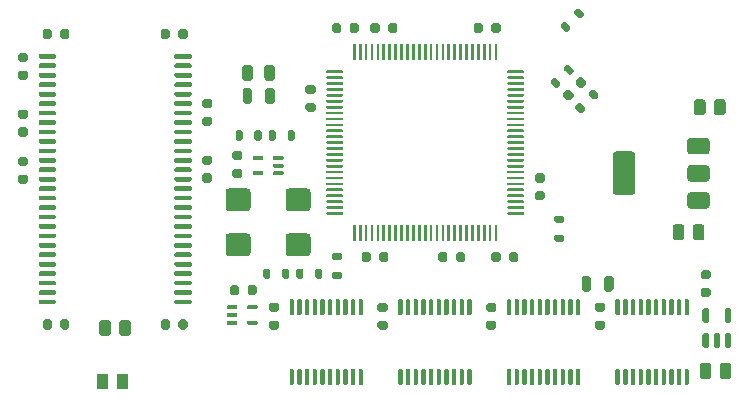
<source format=gtp>
G04 #@! TF.GenerationSoftware,KiCad,Pcbnew,(5.1.10-1-10_14)*
G04 #@! TF.CreationDate,2021-05-31T18:24:55-04:00*
G04 #@! TF.ProjectId,RAM2GS,52414d32-4753-42e6-9b69-6361645f7063,2.0*
G04 #@! TF.SameCoordinates,Original*
G04 #@! TF.FileFunction,Paste,Top*
G04 #@! TF.FilePolarity,Positive*
%FSLAX46Y46*%
G04 Gerber Fmt 4.6, Leading zero omitted, Abs format (unit mm)*
G04 Created by KiCad (PCBNEW (5.1.10-1-10_14)) date 2021-05-31 18:24:55*
%MOMM*%
%LPD*%
G01*
G04 APERTURE LIST*
G04 APERTURE END LIST*
G36*
G01*
X101792500Y-123185000D02*
X101607500Y-123185000D01*
G75*
G02*
X101515000Y-123092500I0J92500D01*
G01*
X101515000Y-121907500D01*
G75*
G02*
X101607500Y-121815000I92500J0D01*
G01*
X101792500Y-121815000D01*
G75*
G02*
X101885000Y-121907500I0J-92500D01*
G01*
X101885000Y-123092500D01*
G75*
G02*
X101792500Y-123185000I-92500J0D01*
G01*
G37*
G36*
G01*
X102442500Y-123185000D02*
X102257500Y-123185000D01*
G75*
G02*
X102165000Y-123092500I0J92500D01*
G01*
X102165000Y-121907500D01*
G75*
G02*
X102257500Y-121815000I92500J0D01*
G01*
X102442500Y-121815000D01*
G75*
G02*
X102535000Y-121907500I0J-92500D01*
G01*
X102535000Y-123092500D01*
G75*
G02*
X102442500Y-123185000I-92500J0D01*
G01*
G37*
G36*
G01*
X103092500Y-123185000D02*
X102907500Y-123185000D01*
G75*
G02*
X102815000Y-123092500I0J92500D01*
G01*
X102815000Y-121907500D01*
G75*
G02*
X102907500Y-121815000I92500J0D01*
G01*
X103092500Y-121815000D01*
G75*
G02*
X103185000Y-121907500I0J-92500D01*
G01*
X103185000Y-123092500D01*
G75*
G02*
X103092500Y-123185000I-92500J0D01*
G01*
G37*
G36*
G01*
X103742500Y-123185000D02*
X103557500Y-123185000D01*
G75*
G02*
X103465000Y-123092500I0J92500D01*
G01*
X103465000Y-121907500D01*
G75*
G02*
X103557500Y-121815000I92500J0D01*
G01*
X103742500Y-121815000D01*
G75*
G02*
X103835000Y-121907500I0J-92500D01*
G01*
X103835000Y-123092500D01*
G75*
G02*
X103742500Y-123185000I-92500J0D01*
G01*
G37*
G36*
G01*
X104392500Y-123185000D02*
X104207500Y-123185000D01*
G75*
G02*
X104115000Y-123092500I0J92500D01*
G01*
X104115000Y-121907500D01*
G75*
G02*
X104207500Y-121815000I92500J0D01*
G01*
X104392500Y-121815000D01*
G75*
G02*
X104485000Y-121907500I0J-92500D01*
G01*
X104485000Y-123092500D01*
G75*
G02*
X104392500Y-123185000I-92500J0D01*
G01*
G37*
G36*
G01*
X105042500Y-123185000D02*
X104857500Y-123185000D01*
G75*
G02*
X104765000Y-123092500I0J92500D01*
G01*
X104765000Y-121907500D01*
G75*
G02*
X104857500Y-121815000I92500J0D01*
G01*
X105042500Y-121815000D01*
G75*
G02*
X105135000Y-121907500I0J-92500D01*
G01*
X105135000Y-123092500D01*
G75*
G02*
X105042500Y-123185000I-92500J0D01*
G01*
G37*
G36*
G01*
X105692500Y-123185000D02*
X105507500Y-123185000D01*
G75*
G02*
X105415000Y-123092500I0J92500D01*
G01*
X105415000Y-121907500D01*
G75*
G02*
X105507500Y-121815000I92500J0D01*
G01*
X105692500Y-121815000D01*
G75*
G02*
X105785000Y-121907500I0J-92500D01*
G01*
X105785000Y-123092500D01*
G75*
G02*
X105692500Y-123185000I-92500J0D01*
G01*
G37*
G36*
G01*
X106342500Y-123185000D02*
X106157500Y-123185000D01*
G75*
G02*
X106065000Y-123092500I0J92500D01*
G01*
X106065000Y-121907500D01*
G75*
G02*
X106157500Y-121815000I92500J0D01*
G01*
X106342500Y-121815000D01*
G75*
G02*
X106435000Y-121907500I0J-92500D01*
G01*
X106435000Y-123092500D01*
G75*
G02*
X106342500Y-123185000I-92500J0D01*
G01*
G37*
G36*
G01*
X106992500Y-123185000D02*
X106807500Y-123185000D01*
G75*
G02*
X106715000Y-123092500I0J92500D01*
G01*
X106715000Y-121907500D01*
G75*
G02*
X106807500Y-121815000I92500J0D01*
G01*
X106992500Y-121815000D01*
G75*
G02*
X107085000Y-121907500I0J-92500D01*
G01*
X107085000Y-123092500D01*
G75*
G02*
X106992500Y-123185000I-92500J0D01*
G01*
G37*
G36*
G01*
X107642500Y-123185000D02*
X107457500Y-123185000D01*
G75*
G02*
X107365000Y-123092500I0J92500D01*
G01*
X107365000Y-121907500D01*
G75*
G02*
X107457500Y-121815000I92500J0D01*
G01*
X107642500Y-121815000D01*
G75*
G02*
X107735000Y-121907500I0J-92500D01*
G01*
X107735000Y-123092500D01*
G75*
G02*
X107642500Y-123185000I-92500J0D01*
G01*
G37*
G36*
G01*
X107642500Y-129085000D02*
X107457500Y-129085000D01*
G75*
G02*
X107365000Y-128992500I0J92500D01*
G01*
X107365000Y-127807500D01*
G75*
G02*
X107457500Y-127715000I92500J0D01*
G01*
X107642500Y-127715000D01*
G75*
G02*
X107735000Y-127807500I0J-92500D01*
G01*
X107735000Y-128992500D01*
G75*
G02*
X107642500Y-129085000I-92500J0D01*
G01*
G37*
G36*
G01*
X106992500Y-129085000D02*
X106807500Y-129085000D01*
G75*
G02*
X106715000Y-128992500I0J92500D01*
G01*
X106715000Y-127807500D01*
G75*
G02*
X106807500Y-127715000I92500J0D01*
G01*
X106992500Y-127715000D01*
G75*
G02*
X107085000Y-127807500I0J-92500D01*
G01*
X107085000Y-128992500D01*
G75*
G02*
X106992500Y-129085000I-92500J0D01*
G01*
G37*
G36*
G01*
X106342500Y-129085000D02*
X106157500Y-129085000D01*
G75*
G02*
X106065000Y-128992500I0J92500D01*
G01*
X106065000Y-127807500D01*
G75*
G02*
X106157500Y-127715000I92500J0D01*
G01*
X106342500Y-127715000D01*
G75*
G02*
X106435000Y-127807500I0J-92500D01*
G01*
X106435000Y-128992500D01*
G75*
G02*
X106342500Y-129085000I-92500J0D01*
G01*
G37*
G36*
G01*
X105692500Y-129085000D02*
X105507500Y-129085000D01*
G75*
G02*
X105415000Y-128992500I0J92500D01*
G01*
X105415000Y-127807500D01*
G75*
G02*
X105507500Y-127715000I92500J0D01*
G01*
X105692500Y-127715000D01*
G75*
G02*
X105785000Y-127807500I0J-92500D01*
G01*
X105785000Y-128992500D01*
G75*
G02*
X105692500Y-129085000I-92500J0D01*
G01*
G37*
G36*
G01*
X105042500Y-129085000D02*
X104857500Y-129085000D01*
G75*
G02*
X104765000Y-128992500I0J92500D01*
G01*
X104765000Y-127807500D01*
G75*
G02*
X104857500Y-127715000I92500J0D01*
G01*
X105042500Y-127715000D01*
G75*
G02*
X105135000Y-127807500I0J-92500D01*
G01*
X105135000Y-128992500D01*
G75*
G02*
X105042500Y-129085000I-92500J0D01*
G01*
G37*
G36*
G01*
X104392500Y-129085000D02*
X104207500Y-129085000D01*
G75*
G02*
X104115000Y-128992500I0J92500D01*
G01*
X104115000Y-127807500D01*
G75*
G02*
X104207500Y-127715000I92500J0D01*
G01*
X104392500Y-127715000D01*
G75*
G02*
X104485000Y-127807500I0J-92500D01*
G01*
X104485000Y-128992500D01*
G75*
G02*
X104392500Y-129085000I-92500J0D01*
G01*
G37*
G36*
G01*
X103742500Y-129085000D02*
X103557500Y-129085000D01*
G75*
G02*
X103465000Y-128992500I0J92500D01*
G01*
X103465000Y-127807500D01*
G75*
G02*
X103557500Y-127715000I92500J0D01*
G01*
X103742500Y-127715000D01*
G75*
G02*
X103835000Y-127807500I0J-92500D01*
G01*
X103835000Y-128992500D01*
G75*
G02*
X103742500Y-129085000I-92500J0D01*
G01*
G37*
G36*
G01*
X103092500Y-129085000D02*
X102907500Y-129085000D01*
G75*
G02*
X102815000Y-128992500I0J92500D01*
G01*
X102815000Y-127807500D01*
G75*
G02*
X102907500Y-127715000I92500J0D01*
G01*
X103092500Y-127715000D01*
G75*
G02*
X103185000Y-127807500I0J-92500D01*
G01*
X103185000Y-128992500D01*
G75*
G02*
X103092500Y-129085000I-92500J0D01*
G01*
G37*
G36*
G01*
X102442500Y-129085000D02*
X102257500Y-129085000D01*
G75*
G02*
X102165000Y-128992500I0J92500D01*
G01*
X102165000Y-127807500D01*
G75*
G02*
X102257500Y-127715000I92500J0D01*
G01*
X102442500Y-127715000D01*
G75*
G02*
X102535000Y-127807500I0J-92500D01*
G01*
X102535000Y-128992500D01*
G75*
G02*
X102442500Y-129085000I-92500J0D01*
G01*
G37*
G36*
G01*
X101792500Y-129085000D02*
X101607500Y-129085000D01*
G75*
G02*
X101515000Y-128992500I0J92500D01*
G01*
X101515000Y-127807500D01*
G75*
G02*
X101607500Y-127715000I92500J0D01*
G01*
X101792500Y-127715000D01*
G75*
G02*
X101885000Y-127807500I0J-92500D01*
G01*
X101885000Y-128992500D01*
G75*
G02*
X101792500Y-129085000I-92500J0D01*
G01*
G37*
G36*
G01*
X64175000Y-101349500D02*
X64175000Y-101150500D01*
G75*
G02*
X64274500Y-101051000I99500J0D01*
G01*
X65525500Y-101051000D01*
G75*
G02*
X65625000Y-101150500I0J-99500D01*
G01*
X65625000Y-101349500D01*
G75*
G02*
X65525500Y-101449000I-99500J0D01*
G01*
X64274500Y-101449000D01*
G75*
G02*
X64175000Y-101349500I0J99500D01*
G01*
G37*
G36*
G01*
X64175000Y-102149500D02*
X64175000Y-101950500D01*
G75*
G02*
X64274500Y-101851000I99500J0D01*
G01*
X65525500Y-101851000D01*
G75*
G02*
X65625000Y-101950500I0J-99500D01*
G01*
X65625000Y-102149500D01*
G75*
G02*
X65525500Y-102249000I-99500J0D01*
G01*
X64274500Y-102249000D01*
G75*
G02*
X64175000Y-102149500I0J99500D01*
G01*
G37*
G36*
G01*
X64175000Y-102949500D02*
X64175000Y-102750500D01*
G75*
G02*
X64274500Y-102651000I99500J0D01*
G01*
X65525500Y-102651000D01*
G75*
G02*
X65625000Y-102750500I0J-99500D01*
G01*
X65625000Y-102949500D01*
G75*
G02*
X65525500Y-103049000I-99500J0D01*
G01*
X64274500Y-103049000D01*
G75*
G02*
X64175000Y-102949500I0J99500D01*
G01*
G37*
G36*
G01*
X64175000Y-103749500D02*
X64175000Y-103550500D01*
G75*
G02*
X64274500Y-103451000I99500J0D01*
G01*
X65525500Y-103451000D01*
G75*
G02*
X65625000Y-103550500I0J-99500D01*
G01*
X65625000Y-103749500D01*
G75*
G02*
X65525500Y-103849000I-99500J0D01*
G01*
X64274500Y-103849000D01*
G75*
G02*
X64175000Y-103749500I0J99500D01*
G01*
G37*
G36*
G01*
X64175000Y-104549500D02*
X64175000Y-104350500D01*
G75*
G02*
X64274500Y-104251000I99500J0D01*
G01*
X65525500Y-104251000D01*
G75*
G02*
X65625000Y-104350500I0J-99500D01*
G01*
X65625000Y-104549500D01*
G75*
G02*
X65525500Y-104649000I-99500J0D01*
G01*
X64274500Y-104649000D01*
G75*
G02*
X64175000Y-104549500I0J99500D01*
G01*
G37*
G36*
G01*
X64175000Y-105349500D02*
X64175000Y-105150500D01*
G75*
G02*
X64274500Y-105051000I99500J0D01*
G01*
X65525500Y-105051000D01*
G75*
G02*
X65625000Y-105150500I0J-99500D01*
G01*
X65625000Y-105349500D01*
G75*
G02*
X65525500Y-105449000I-99500J0D01*
G01*
X64274500Y-105449000D01*
G75*
G02*
X64175000Y-105349500I0J99500D01*
G01*
G37*
G36*
G01*
X64175000Y-106149500D02*
X64175000Y-105950500D01*
G75*
G02*
X64274500Y-105851000I99500J0D01*
G01*
X65525500Y-105851000D01*
G75*
G02*
X65625000Y-105950500I0J-99500D01*
G01*
X65625000Y-106149500D01*
G75*
G02*
X65525500Y-106249000I-99500J0D01*
G01*
X64274500Y-106249000D01*
G75*
G02*
X64175000Y-106149500I0J99500D01*
G01*
G37*
G36*
G01*
X64175000Y-106949500D02*
X64175000Y-106750500D01*
G75*
G02*
X64274500Y-106651000I99500J0D01*
G01*
X65525500Y-106651000D01*
G75*
G02*
X65625000Y-106750500I0J-99500D01*
G01*
X65625000Y-106949500D01*
G75*
G02*
X65525500Y-107049000I-99500J0D01*
G01*
X64274500Y-107049000D01*
G75*
G02*
X64175000Y-106949500I0J99500D01*
G01*
G37*
G36*
G01*
X64175000Y-107749500D02*
X64175000Y-107550500D01*
G75*
G02*
X64274500Y-107451000I99500J0D01*
G01*
X65525500Y-107451000D01*
G75*
G02*
X65625000Y-107550500I0J-99500D01*
G01*
X65625000Y-107749500D01*
G75*
G02*
X65525500Y-107849000I-99500J0D01*
G01*
X64274500Y-107849000D01*
G75*
G02*
X64175000Y-107749500I0J99500D01*
G01*
G37*
G36*
G01*
X64175000Y-108549500D02*
X64175000Y-108350500D01*
G75*
G02*
X64274500Y-108251000I99500J0D01*
G01*
X65525500Y-108251000D01*
G75*
G02*
X65625000Y-108350500I0J-99500D01*
G01*
X65625000Y-108549500D01*
G75*
G02*
X65525500Y-108649000I-99500J0D01*
G01*
X64274500Y-108649000D01*
G75*
G02*
X64175000Y-108549500I0J99500D01*
G01*
G37*
G36*
G01*
X64175000Y-109349500D02*
X64175000Y-109150500D01*
G75*
G02*
X64274500Y-109051000I99500J0D01*
G01*
X65525500Y-109051000D01*
G75*
G02*
X65625000Y-109150500I0J-99500D01*
G01*
X65625000Y-109349500D01*
G75*
G02*
X65525500Y-109449000I-99500J0D01*
G01*
X64274500Y-109449000D01*
G75*
G02*
X64175000Y-109349500I0J99500D01*
G01*
G37*
G36*
G01*
X64175000Y-110149500D02*
X64175000Y-109950500D01*
G75*
G02*
X64274500Y-109851000I99500J0D01*
G01*
X65525500Y-109851000D01*
G75*
G02*
X65625000Y-109950500I0J-99500D01*
G01*
X65625000Y-110149500D01*
G75*
G02*
X65525500Y-110249000I-99500J0D01*
G01*
X64274500Y-110249000D01*
G75*
G02*
X64175000Y-110149500I0J99500D01*
G01*
G37*
G36*
G01*
X64175000Y-110949500D02*
X64175000Y-110750500D01*
G75*
G02*
X64274500Y-110651000I99500J0D01*
G01*
X65525500Y-110651000D01*
G75*
G02*
X65625000Y-110750500I0J-99500D01*
G01*
X65625000Y-110949500D01*
G75*
G02*
X65525500Y-111049000I-99500J0D01*
G01*
X64274500Y-111049000D01*
G75*
G02*
X64175000Y-110949500I0J99500D01*
G01*
G37*
G36*
G01*
X64175000Y-111749500D02*
X64175000Y-111550500D01*
G75*
G02*
X64274500Y-111451000I99500J0D01*
G01*
X65525500Y-111451000D01*
G75*
G02*
X65625000Y-111550500I0J-99500D01*
G01*
X65625000Y-111749500D01*
G75*
G02*
X65525500Y-111849000I-99500J0D01*
G01*
X64274500Y-111849000D01*
G75*
G02*
X64175000Y-111749500I0J99500D01*
G01*
G37*
G36*
G01*
X64175000Y-112549500D02*
X64175000Y-112350500D01*
G75*
G02*
X64274500Y-112251000I99500J0D01*
G01*
X65525500Y-112251000D01*
G75*
G02*
X65625000Y-112350500I0J-99500D01*
G01*
X65625000Y-112549500D01*
G75*
G02*
X65525500Y-112649000I-99500J0D01*
G01*
X64274500Y-112649000D01*
G75*
G02*
X64175000Y-112549500I0J99500D01*
G01*
G37*
G36*
G01*
X64175000Y-113349500D02*
X64175000Y-113150500D01*
G75*
G02*
X64274500Y-113051000I99500J0D01*
G01*
X65525500Y-113051000D01*
G75*
G02*
X65625000Y-113150500I0J-99500D01*
G01*
X65625000Y-113349500D01*
G75*
G02*
X65525500Y-113449000I-99500J0D01*
G01*
X64274500Y-113449000D01*
G75*
G02*
X64175000Y-113349500I0J99500D01*
G01*
G37*
G36*
G01*
X64175000Y-114149500D02*
X64175000Y-113950500D01*
G75*
G02*
X64274500Y-113851000I99500J0D01*
G01*
X65525500Y-113851000D01*
G75*
G02*
X65625000Y-113950500I0J-99500D01*
G01*
X65625000Y-114149500D01*
G75*
G02*
X65525500Y-114249000I-99500J0D01*
G01*
X64274500Y-114249000D01*
G75*
G02*
X64175000Y-114149500I0J99500D01*
G01*
G37*
G36*
G01*
X64175000Y-114949500D02*
X64175000Y-114750500D01*
G75*
G02*
X64274500Y-114651000I99500J0D01*
G01*
X65525500Y-114651000D01*
G75*
G02*
X65625000Y-114750500I0J-99500D01*
G01*
X65625000Y-114949500D01*
G75*
G02*
X65525500Y-115049000I-99500J0D01*
G01*
X64274500Y-115049000D01*
G75*
G02*
X64175000Y-114949500I0J99500D01*
G01*
G37*
G36*
G01*
X64175000Y-115749500D02*
X64175000Y-115550500D01*
G75*
G02*
X64274500Y-115451000I99500J0D01*
G01*
X65525500Y-115451000D01*
G75*
G02*
X65625000Y-115550500I0J-99500D01*
G01*
X65625000Y-115749500D01*
G75*
G02*
X65525500Y-115849000I-99500J0D01*
G01*
X64274500Y-115849000D01*
G75*
G02*
X64175000Y-115749500I0J99500D01*
G01*
G37*
G36*
G01*
X64175000Y-116549500D02*
X64175000Y-116350500D01*
G75*
G02*
X64274500Y-116251000I99500J0D01*
G01*
X65525500Y-116251000D01*
G75*
G02*
X65625000Y-116350500I0J-99500D01*
G01*
X65625000Y-116549500D01*
G75*
G02*
X65525500Y-116649000I-99500J0D01*
G01*
X64274500Y-116649000D01*
G75*
G02*
X64175000Y-116549500I0J99500D01*
G01*
G37*
G36*
G01*
X64175000Y-117349500D02*
X64175000Y-117150500D01*
G75*
G02*
X64274500Y-117051000I99500J0D01*
G01*
X65525500Y-117051000D01*
G75*
G02*
X65625000Y-117150500I0J-99500D01*
G01*
X65625000Y-117349500D01*
G75*
G02*
X65525500Y-117449000I-99500J0D01*
G01*
X64274500Y-117449000D01*
G75*
G02*
X64175000Y-117349500I0J99500D01*
G01*
G37*
G36*
G01*
X64175000Y-118149500D02*
X64175000Y-117950500D01*
G75*
G02*
X64274500Y-117851000I99500J0D01*
G01*
X65525500Y-117851000D01*
G75*
G02*
X65625000Y-117950500I0J-99500D01*
G01*
X65625000Y-118149500D01*
G75*
G02*
X65525500Y-118249000I-99500J0D01*
G01*
X64274500Y-118249000D01*
G75*
G02*
X64175000Y-118149500I0J99500D01*
G01*
G37*
G36*
G01*
X64175000Y-118949500D02*
X64175000Y-118750500D01*
G75*
G02*
X64274500Y-118651000I99500J0D01*
G01*
X65525500Y-118651000D01*
G75*
G02*
X65625000Y-118750500I0J-99500D01*
G01*
X65625000Y-118949500D01*
G75*
G02*
X65525500Y-119049000I-99500J0D01*
G01*
X64274500Y-119049000D01*
G75*
G02*
X64175000Y-118949500I0J99500D01*
G01*
G37*
G36*
G01*
X64175000Y-119749500D02*
X64175000Y-119550500D01*
G75*
G02*
X64274500Y-119451000I99500J0D01*
G01*
X65525500Y-119451000D01*
G75*
G02*
X65625000Y-119550500I0J-99500D01*
G01*
X65625000Y-119749500D01*
G75*
G02*
X65525500Y-119849000I-99500J0D01*
G01*
X64274500Y-119849000D01*
G75*
G02*
X64175000Y-119749500I0J99500D01*
G01*
G37*
G36*
G01*
X64175000Y-120549500D02*
X64175000Y-120350500D01*
G75*
G02*
X64274500Y-120251000I99500J0D01*
G01*
X65525500Y-120251000D01*
G75*
G02*
X65625000Y-120350500I0J-99500D01*
G01*
X65625000Y-120549500D01*
G75*
G02*
X65525500Y-120649000I-99500J0D01*
G01*
X64274500Y-120649000D01*
G75*
G02*
X64175000Y-120549500I0J99500D01*
G01*
G37*
G36*
G01*
X64175000Y-121349500D02*
X64175000Y-121150500D01*
G75*
G02*
X64274500Y-121051000I99500J0D01*
G01*
X65525500Y-121051000D01*
G75*
G02*
X65625000Y-121150500I0J-99500D01*
G01*
X65625000Y-121349500D01*
G75*
G02*
X65525500Y-121449000I-99500J0D01*
G01*
X64274500Y-121449000D01*
G75*
G02*
X64175000Y-121349500I0J99500D01*
G01*
G37*
G36*
G01*
X64175000Y-122149500D02*
X64175000Y-121950500D01*
G75*
G02*
X64274500Y-121851000I99500J0D01*
G01*
X65525500Y-121851000D01*
G75*
G02*
X65625000Y-121950500I0J-99500D01*
G01*
X65625000Y-122149500D01*
G75*
G02*
X65525500Y-122249000I-99500J0D01*
G01*
X64274500Y-122249000D01*
G75*
G02*
X64175000Y-122149500I0J99500D01*
G01*
G37*
G36*
G01*
X52675000Y-122149500D02*
X52675000Y-121950500D01*
G75*
G02*
X52774500Y-121851000I99500J0D01*
G01*
X54025500Y-121851000D01*
G75*
G02*
X54125000Y-121950500I0J-99500D01*
G01*
X54125000Y-122149500D01*
G75*
G02*
X54025500Y-122249000I-99500J0D01*
G01*
X52774500Y-122249000D01*
G75*
G02*
X52675000Y-122149500I0J99500D01*
G01*
G37*
G36*
G01*
X52675000Y-121349500D02*
X52675000Y-121150500D01*
G75*
G02*
X52774500Y-121051000I99500J0D01*
G01*
X54025500Y-121051000D01*
G75*
G02*
X54125000Y-121150500I0J-99500D01*
G01*
X54125000Y-121349500D01*
G75*
G02*
X54025500Y-121449000I-99500J0D01*
G01*
X52774500Y-121449000D01*
G75*
G02*
X52675000Y-121349500I0J99500D01*
G01*
G37*
G36*
G01*
X52675000Y-120549500D02*
X52675000Y-120350500D01*
G75*
G02*
X52774500Y-120251000I99500J0D01*
G01*
X54025500Y-120251000D01*
G75*
G02*
X54125000Y-120350500I0J-99500D01*
G01*
X54125000Y-120549500D01*
G75*
G02*
X54025500Y-120649000I-99500J0D01*
G01*
X52774500Y-120649000D01*
G75*
G02*
X52675000Y-120549500I0J99500D01*
G01*
G37*
G36*
G01*
X52675000Y-119749500D02*
X52675000Y-119550500D01*
G75*
G02*
X52774500Y-119451000I99500J0D01*
G01*
X54025500Y-119451000D01*
G75*
G02*
X54125000Y-119550500I0J-99500D01*
G01*
X54125000Y-119749500D01*
G75*
G02*
X54025500Y-119849000I-99500J0D01*
G01*
X52774500Y-119849000D01*
G75*
G02*
X52675000Y-119749500I0J99500D01*
G01*
G37*
G36*
G01*
X52675000Y-118949500D02*
X52675000Y-118750500D01*
G75*
G02*
X52774500Y-118651000I99500J0D01*
G01*
X54025500Y-118651000D01*
G75*
G02*
X54125000Y-118750500I0J-99500D01*
G01*
X54125000Y-118949500D01*
G75*
G02*
X54025500Y-119049000I-99500J0D01*
G01*
X52774500Y-119049000D01*
G75*
G02*
X52675000Y-118949500I0J99500D01*
G01*
G37*
G36*
G01*
X52675000Y-118149500D02*
X52675000Y-117950500D01*
G75*
G02*
X52774500Y-117851000I99500J0D01*
G01*
X54025500Y-117851000D01*
G75*
G02*
X54125000Y-117950500I0J-99500D01*
G01*
X54125000Y-118149500D01*
G75*
G02*
X54025500Y-118249000I-99500J0D01*
G01*
X52774500Y-118249000D01*
G75*
G02*
X52675000Y-118149500I0J99500D01*
G01*
G37*
G36*
G01*
X52675000Y-117349500D02*
X52675000Y-117150500D01*
G75*
G02*
X52774500Y-117051000I99500J0D01*
G01*
X54025500Y-117051000D01*
G75*
G02*
X54125000Y-117150500I0J-99500D01*
G01*
X54125000Y-117349500D01*
G75*
G02*
X54025500Y-117449000I-99500J0D01*
G01*
X52774500Y-117449000D01*
G75*
G02*
X52675000Y-117349500I0J99500D01*
G01*
G37*
G36*
G01*
X52675000Y-116549500D02*
X52675000Y-116350500D01*
G75*
G02*
X52774500Y-116251000I99500J0D01*
G01*
X54025500Y-116251000D01*
G75*
G02*
X54125000Y-116350500I0J-99500D01*
G01*
X54125000Y-116549500D01*
G75*
G02*
X54025500Y-116649000I-99500J0D01*
G01*
X52774500Y-116649000D01*
G75*
G02*
X52675000Y-116549500I0J99500D01*
G01*
G37*
G36*
G01*
X52675000Y-115749500D02*
X52675000Y-115550500D01*
G75*
G02*
X52774500Y-115451000I99500J0D01*
G01*
X54025500Y-115451000D01*
G75*
G02*
X54125000Y-115550500I0J-99500D01*
G01*
X54125000Y-115749500D01*
G75*
G02*
X54025500Y-115849000I-99500J0D01*
G01*
X52774500Y-115849000D01*
G75*
G02*
X52675000Y-115749500I0J99500D01*
G01*
G37*
G36*
G01*
X52675000Y-114949500D02*
X52675000Y-114750500D01*
G75*
G02*
X52774500Y-114651000I99500J0D01*
G01*
X54025500Y-114651000D01*
G75*
G02*
X54125000Y-114750500I0J-99500D01*
G01*
X54125000Y-114949500D01*
G75*
G02*
X54025500Y-115049000I-99500J0D01*
G01*
X52774500Y-115049000D01*
G75*
G02*
X52675000Y-114949500I0J99500D01*
G01*
G37*
G36*
G01*
X52675000Y-114149500D02*
X52675000Y-113950500D01*
G75*
G02*
X52774500Y-113851000I99500J0D01*
G01*
X54025500Y-113851000D01*
G75*
G02*
X54125000Y-113950500I0J-99500D01*
G01*
X54125000Y-114149500D01*
G75*
G02*
X54025500Y-114249000I-99500J0D01*
G01*
X52774500Y-114249000D01*
G75*
G02*
X52675000Y-114149500I0J99500D01*
G01*
G37*
G36*
G01*
X52675000Y-113349500D02*
X52675000Y-113150500D01*
G75*
G02*
X52774500Y-113051000I99500J0D01*
G01*
X54025500Y-113051000D01*
G75*
G02*
X54125000Y-113150500I0J-99500D01*
G01*
X54125000Y-113349500D01*
G75*
G02*
X54025500Y-113449000I-99500J0D01*
G01*
X52774500Y-113449000D01*
G75*
G02*
X52675000Y-113349500I0J99500D01*
G01*
G37*
G36*
G01*
X52675000Y-112549500D02*
X52675000Y-112350500D01*
G75*
G02*
X52774500Y-112251000I99500J0D01*
G01*
X54025500Y-112251000D01*
G75*
G02*
X54125000Y-112350500I0J-99500D01*
G01*
X54125000Y-112549500D01*
G75*
G02*
X54025500Y-112649000I-99500J0D01*
G01*
X52774500Y-112649000D01*
G75*
G02*
X52675000Y-112549500I0J99500D01*
G01*
G37*
G36*
G01*
X52675000Y-111749500D02*
X52675000Y-111550500D01*
G75*
G02*
X52774500Y-111451000I99500J0D01*
G01*
X54025500Y-111451000D01*
G75*
G02*
X54125000Y-111550500I0J-99500D01*
G01*
X54125000Y-111749500D01*
G75*
G02*
X54025500Y-111849000I-99500J0D01*
G01*
X52774500Y-111849000D01*
G75*
G02*
X52675000Y-111749500I0J99500D01*
G01*
G37*
G36*
G01*
X52675000Y-110949500D02*
X52675000Y-110750500D01*
G75*
G02*
X52774500Y-110651000I99500J0D01*
G01*
X54025500Y-110651000D01*
G75*
G02*
X54125000Y-110750500I0J-99500D01*
G01*
X54125000Y-110949500D01*
G75*
G02*
X54025500Y-111049000I-99500J0D01*
G01*
X52774500Y-111049000D01*
G75*
G02*
X52675000Y-110949500I0J99500D01*
G01*
G37*
G36*
G01*
X52675000Y-110149500D02*
X52675000Y-109950500D01*
G75*
G02*
X52774500Y-109851000I99500J0D01*
G01*
X54025500Y-109851000D01*
G75*
G02*
X54125000Y-109950500I0J-99500D01*
G01*
X54125000Y-110149500D01*
G75*
G02*
X54025500Y-110249000I-99500J0D01*
G01*
X52774500Y-110249000D01*
G75*
G02*
X52675000Y-110149500I0J99500D01*
G01*
G37*
G36*
G01*
X52675000Y-109349500D02*
X52675000Y-109150500D01*
G75*
G02*
X52774500Y-109051000I99500J0D01*
G01*
X54025500Y-109051000D01*
G75*
G02*
X54125000Y-109150500I0J-99500D01*
G01*
X54125000Y-109349500D01*
G75*
G02*
X54025500Y-109449000I-99500J0D01*
G01*
X52774500Y-109449000D01*
G75*
G02*
X52675000Y-109349500I0J99500D01*
G01*
G37*
G36*
G01*
X52675000Y-108549500D02*
X52675000Y-108350500D01*
G75*
G02*
X52774500Y-108251000I99500J0D01*
G01*
X54025500Y-108251000D01*
G75*
G02*
X54125000Y-108350500I0J-99500D01*
G01*
X54125000Y-108549500D01*
G75*
G02*
X54025500Y-108649000I-99500J0D01*
G01*
X52774500Y-108649000D01*
G75*
G02*
X52675000Y-108549500I0J99500D01*
G01*
G37*
G36*
G01*
X52675000Y-107749500D02*
X52675000Y-107550500D01*
G75*
G02*
X52774500Y-107451000I99500J0D01*
G01*
X54025500Y-107451000D01*
G75*
G02*
X54125000Y-107550500I0J-99500D01*
G01*
X54125000Y-107749500D01*
G75*
G02*
X54025500Y-107849000I-99500J0D01*
G01*
X52774500Y-107849000D01*
G75*
G02*
X52675000Y-107749500I0J99500D01*
G01*
G37*
G36*
G01*
X52675000Y-106949500D02*
X52675000Y-106750500D01*
G75*
G02*
X52774500Y-106651000I99500J0D01*
G01*
X54025500Y-106651000D01*
G75*
G02*
X54125000Y-106750500I0J-99500D01*
G01*
X54125000Y-106949500D01*
G75*
G02*
X54025500Y-107049000I-99500J0D01*
G01*
X52774500Y-107049000D01*
G75*
G02*
X52675000Y-106949500I0J99500D01*
G01*
G37*
G36*
G01*
X52675000Y-106149500D02*
X52675000Y-105950500D01*
G75*
G02*
X52774500Y-105851000I99500J0D01*
G01*
X54025500Y-105851000D01*
G75*
G02*
X54125000Y-105950500I0J-99500D01*
G01*
X54125000Y-106149500D01*
G75*
G02*
X54025500Y-106249000I-99500J0D01*
G01*
X52774500Y-106249000D01*
G75*
G02*
X52675000Y-106149500I0J99500D01*
G01*
G37*
G36*
G01*
X52675000Y-105349500D02*
X52675000Y-105150500D01*
G75*
G02*
X52774500Y-105051000I99500J0D01*
G01*
X54025500Y-105051000D01*
G75*
G02*
X54125000Y-105150500I0J-99500D01*
G01*
X54125000Y-105349500D01*
G75*
G02*
X54025500Y-105449000I-99500J0D01*
G01*
X52774500Y-105449000D01*
G75*
G02*
X52675000Y-105349500I0J99500D01*
G01*
G37*
G36*
G01*
X52675000Y-104549500D02*
X52675000Y-104350500D01*
G75*
G02*
X52774500Y-104251000I99500J0D01*
G01*
X54025500Y-104251000D01*
G75*
G02*
X54125000Y-104350500I0J-99500D01*
G01*
X54125000Y-104549500D01*
G75*
G02*
X54025500Y-104649000I-99500J0D01*
G01*
X52774500Y-104649000D01*
G75*
G02*
X52675000Y-104549500I0J99500D01*
G01*
G37*
G36*
G01*
X52675000Y-103749500D02*
X52675000Y-103550500D01*
G75*
G02*
X52774500Y-103451000I99500J0D01*
G01*
X54025500Y-103451000D01*
G75*
G02*
X54125000Y-103550500I0J-99500D01*
G01*
X54125000Y-103749500D01*
G75*
G02*
X54025500Y-103849000I-99500J0D01*
G01*
X52774500Y-103849000D01*
G75*
G02*
X52675000Y-103749500I0J99500D01*
G01*
G37*
G36*
G01*
X52675000Y-102949500D02*
X52675000Y-102750500D01*
G75*
G02*
X52774500Y-102651000I99500J0D01*
G01*
X54025500Y-102651000D01*
G75*
G02*
X54125000Y-102750500I0J-99500D01*
G01*
X54125000Y-102949500D01*
G75*
G02*
X54025500Y-103049000I-99500J0D01*
G01*
X52774500Y-103049000D01*
G75*
G02*
X52675000Y-102949500I0J99500D01*
G01*
G37*
G36*
G01*
X52675000Y-102149500D02*
X52675000Y-101950500D01*
G75*
G02*
X52774500Y-101851000I99500J0D01*
G01*
X54025500Y-101851000D01*
G75*
G02*
X54125000Y-101950500I0J-99500D01*
G01*
X54125000Y-102149500D01*
G75*
G02*
X54025500Y-102249000I-99500J0D01*
G01*
X52774500Y-102249000D01*
G75*
G02*
X52675000Y-102149500I0J99500D01*
G01*
G37*
G36*
G01*
X52675000Y-101349500D02*
X52675000Y-101150500D01*
G75*
G02*
X52774500Y-101051000I99500J0D01*
G01*
X54025500Y-101051000D01*
G75*
G02*
X54125000Y-101150500I0J-99500D01*
G01*
X54125000Y-101349500D01*
G75*
G02*
X54025500Y-101449000I-99500J0D01*
G01*
X52774500Y-101449000D01*
G75*
G02*
X52675000Y-101349500I0J99500D01*
G01*
G37*
G36*
G01*
X69635000Y-120807500D02*
X69635000Y-121292500D01*
G75*
G02*
X69442500Y-121485000I-192500J0D01*
G01*
X69057500Y-121485000D01*
G75*
G02*
X68865000Y-121292500I0J192500D01*
G01*
X68865000Y-120807500D01*
G75*
G02*
X69057500Y-120615000I192500J0D01*
G01*
X69442500Y-120615000D01*
G75*
G02*
X69635000Y-120807500I0J-192500D01*
G01*
G37*
G36*
G01*
X71135000Y-120807500D02*
X71135000Y-121292500D01*
G75*
G02*
X70942500Y-121485000I-192500J0D01*
G01*
X70557500Y-121485000D01*
G75*
G02*
X70365000Y-121292500I0J192500D01*
G01*
X70365000Y-120807500D01*
G75*
G02*
X70557500Y-120615000I192500J0D01*
G01*
X70942500Y-120615000D01*
G75*
G02*
X71135000Y-120807500I0J-192500D01*
G01*
G37*
G36*
G01*
X69742500Y-110035000D02*
X69257500Y-110035000D01*
G75*
G02*
X69065000Y-109842500I0J192500D01*
G01*
X69065000Y-109457500D01*
G75*
G02*
X69257500Y-109265000I192500J0D01*
G01*
X69742500Y-109265000D01*
G75*
G02*
X69935000Y-109457500I0J-192500D01*
G01*
X69935000Y-109842500D01*
G75*
G02*
X69742500Y-110035000I-192500J0D01*
G01*
G37*
G36*
G01*
X69742500Y-111535000D02*
X69257500Y-111535000D01*
G75*
G02*
X69065000Y-111342500I0J192500D01*
G01*
X69065000Y-110957500D01*
G75*
G02*
X69257500Y-110765000I192500J0D01*
G01*
X69742500Y-110765000D01*
G75*
G02*
X69935000Y-110957500I0J-192500D01*
G01*
X69935000Y-111342500D01*
G75*
G02*
X69742500Y-111535000I-192500J0D01*
G01*
G37*
G36*
G01*
X93765000Y-114492500D02*
X93765000Y-114607500D01*
G75*
G02*
X93707500Y-114665000I-57500J0D01*
G01*
X92417500Y-114665000D01*
G75*
G02*
X92360000Y-114607500I0J57500D01*
G01*
X92360000Y-114492500D01*
G75*
G02*
X92417500Y-114435000I57500J0D01*
G01*
X93707500Y-114435000D01*
G75*
G02*
X93765000Y-114492500I0J-57500D01*
G01*
G37*
G36*
G01*
X93765000Y-113992500D02*
X93765000Y-114107500D01*
G75*
G02*
X93707500Y-114165000I-57500J0D01*
G01*
X92417500Y-114165000D01*
G75*
G02*
X92360000Y-114107500I0J57500D01*
G01*
X92360000Y-113992500D01*
G75*
G02*
X92417500Y-113935000I57500J0D01*
G01*
X93707500Y-113935000D01*
G75*
G02*
X93765000Y-113992500I0J-57500D01*
G01*
G37*
G36*
G01*
X93765000Y-113492500D02*
X93765000Y-113607500D01*
G75*
G02*
X93707500Y-113665000I-57500J0D01*
G01*
X92417500Y-113665000D01*
G75*
G02*
X92360000Y-113607500I0J57500D01*
G01*
X92360000Y-113492500D01*
G75*
G02*
X92417500Y-113435000I57500J0D01*
G01*
X93707500Y-113435000D01*
G75*
G02*
X93765000Y-113492500I0J-57500D01*
G01*
G37*
G36*
G01*
X93765000Y-112992500D02*
X93765000Y-113107500D01*
G75*
G02*
X93707500Y-113165000I-57500J0D01*
G01*
X92417500Y-113165000D01*
G75*
G02*
X92360000Y-113107500I0J57500D01*
G01*
X92360000Y-112992500D01*
G75*
G02*
X92417500Y-112935000I57500J0D01*
G01*
X93707500Y-112935000D01*
G75*
G02*
X93765000Y-112992500I0J-57500D01*
G01*
G37*
G36*
G01*
X93765000Y-112492500D02*
X93765000Y-112607500D01*
G75*
G02*
X93707500Y-112665000I-57500J0D01*
G01*
X92417500Y-112665000D01*
G75*
G02*
X92360000Y-112607500I0J57500D01*
G01*
X92360000Y-112492500D01*
G75*
G02*
X92417500Y-112435000I57500J0D01*
G01*
X93707500Y-112435000D01*
G75*
G02*
X93765000Y-112492500I0J-57500D01*
G01*
G37*
G36*
G01*
X93765000Y-111992500D02*
X93765000Y-112107500D01*
G75*
G02*
X93707500Y-112165000I-57500J0D01*
G01*
X92417500Y-112165000D01*
G75*
G02*
X92360000Y-112107500I0J57500D01*
G01*
X92360000Y-111992500D01*
G75*
G02*
X92417500Y-111935000I57500J0D01*
G01*
X93707500Y-111935000D01*
G75*
G02*
X93765000Y-111992500I0J-57500D01*
G01*
G37*
G36*
G01*
X93765000Y-111492500D02*
X93765000Y-111607500D01*
G75*
G02*
X93707500Y-111665000I-57500J0D01*
G01*
X92417500Y-111665000D01*
G75*
G02*
X92360000Y-111607500I0J57500D01*
G01*
X92360000Y-111492500D01*
G75*
G02*
X92417500Y-111435000I57500J0D01*
G01*
X93707500Y-111435000D01*
G75*
G02*
X93765000Y-111492500I0J-57500D01*
G01*
G37*
G36*
G01*
X93765000Y-110992500D02*
X93765000Y-111107500D01*
G75*
G02*
X93707500Y-111165000I-57500J0D01*
G01*
X92417500Y-111165000D01*
G75*
G02*
X92360000Y-111107500I0J57500D01*
G01*
X92360000Y-110992500D01*
G75*
G02*
X92417500Y-110935000I57500J0D01*
G01*
X93707500Y-110935000D01*
G75*
G02*
X93765000Y-110992500I0J-57500D01*
G01*
G37*
G36*
G01*
X93765000Y-110492500D02*
X93765000Y-110607500D01*
G75*
G02*
X93707500Y-110665000I-57500J0D01*
G01*
X92417500Y-110665000D01*
G75*
G02*
X92360000Y-110607500I0J57500D01*
G01*
X92360000Y-110492500D01*
G75*
G02*
X92417500Y-110435000I57500J0D01*
G01*
X93707500Y-110435000D01*
G75*
G02*
X93765000Y-110492500I0J-57500D01*
G01*
G37*
G36*
G01*
X93765000Y-109992500D02*
X93765000Y-110107500D01*
G75*
G02*
X93707500Y-110165000I-57500J0D01*
G01*
X92417500Y-110165000D01*
G75*
G02*
X92360000Y-110107500I0J57500D01*
G01*
X92360000Y-109992500D01*
G75*
G02*
X92417500Y-109935000I57500J0D01*
G01*
X93707500Y-109935000D01*
G75*
G02*
X93765000Y-109992500I0J-57500D01*
G01*
G37*
G36*
G01*
X93765000Y-109492500D02*
X93765000Y-109607500D01*
G75*
G02*
X93707500Y-109665000I-57500J0D01*
G01*
X92417500Y-109665000D01*
G75*
G02*
X92360000Y-109607500I0J57500D01*
G01*
X92360000Y-109492500D01*
G75*
G02*
X92417500Y-109435000I57500J0D01*
G01*
X93707500Y-109435000D01*
G75*
G02*
X93765000Y-109492500I0J-57500D01*
G01*
G37*
G36*
G01*
X93765000Y-108992500D02*
X93765000Y-109107500D01*
G75*
G02*
X93707500Y-109165000I-57500J0D01*
G01*
X92417500Y-109165000D01*
G75*
G02*
X92360000Y-109107500I0J57500D01*
G01*
X92360000Y-108992500D01*
G75*
G02*
X92417500Y-108935000I57500J0D01*
G01*
X93707500Y-108935000D01*
G75*
G02*
X93765000Y-108992500I0J-57500D01*
G01*
G37*
G36*
G01*
X93765000Y-108492500D02*
X93765000Y-108607500D01*
G75*
G02*
X93707500Y-108665000I-57500J0D01*
G01*
X92417500Y-108665000D01*
G75*
G02*
X92360000Y-108607500I0J57500D01*
G01*
X92360000Y-108492500D01*
G75*
G02*
X92417500Y-108435000I57500J0D01*
G01*
X93707500Y-108435000D01*
G75*
G02*
X93765000Y-108492500I0J-57500D01*
G01*
G37*
G36*
G01*
X93765000Y-107992500D02*
X93765000Y-108107500D01*
G75*
G02*
X93707500Y-108165000I-57500J0D01*
G01*
X92417500Y-108165000D01*
G75*
G02*
X92360000Y-108107500I0J57500D01*
G01*
X92360000Y-107992500D01*
G75*
G02*
X92417500Y-107935000I57500J0D01*
G01*
X93707500Y-107935000D01*
G75*
G02*
X93765000Y-107992500I0J-57500D01*
G01*
G37*
G36*
G01*
X93765000Y-107492500D02*
X93765000Y-107607500D01*
G75*
G02*
X93707500Y-107665000I-57500J0D01*
G01*
X92417500Y-107665000D01*
G75*
G02*
X92360000Y-107607500I0J57500D01*
G01*
X92360000Y-107492500D01*
G75*
G02*
X92417500Y-107435000I57500J0D01*
G01*
X93707500Y-107435000D01*
G75*
G02*
X93765000Y-107492500I0J-57500D01*
G01*
G37*
G36*
G01*
X93765000Y-106992500D02*
X93765000Y-107107500D01*
G75*
G02*
X93707500Y-107165000I-57500J0D01*
G01*
X92417500Y-107165000D01*
G75*
G02*
X92360000Y-107107500I0J57500D01*
G01*
X92360000Y-106992500D01*
G75*
G02*
X92417500Y-106935000I57500J0D01*
G01*
X93707500Y-106935000D01*
G75*
G02*
X93765000Y-106992500I0J-57500D01*
G01*
G37*
G36*
G01*
X93765000Y-106492500D02*
X93765000Y-106607500D01*
G75*
G02*
X93707500Y-106665000I-57500J0D01*
G01*
X92417500Y-106665000D01*
G75*
G02*
X92360000Y-106607500I0J57500D01*
G01*
X92360000Y-106492500D01*
G75*
G02*
X92417500Y-106435000I57500J0D01*
G01*
X93707500Y-106435000D01*
G75*
G02*
X93765000Y-106492500I0J-57500D01*
G01*
G37*
G36*
G01*
X93765000Y-105992500D02*
X93765000Y-106107500D01*
G75*
G02*
X93707500Y-106165000I-57500J0D01*
G01*
X92417500Y-106165000D01*
G75*
G02*
X92360000Y-106107500I0J57500D01*
G01*
X92360000Y-105992500D01*
G75*
G02*
X92417500Y-105935000I57500J0D01*
G01*
X93707500Y-105935000D01*
G75*
G02*
X93765000Y-105992500I0J-57500D01*
G01*
G37*
G36*
G01*
X93765000Y-105492500D02*
X93765000Y-105607500D01*
G75*
G02*
X93707500Y-105665000I-57500J0D01*
G01*
X92417500Y-105665000D01*
G75*
G02*
X92360000Y-105607500I0J57500D01*
G01*
X92360000Y-105492500D01*
G75*
G02*
X92417500Y-105435000I57500J0D01*
G01*
X93707500Y-105435000D01*
G75*
G02*
X93765000Y-105492500I0J-57500D01*
G01*
G37*
G36*
G01*
X93765000Y-104992500D02*
X93765000Y-105107500D01*
G75*
G02*
X93707500Y-105165000I-57500J0D01*
G01*
X92417500Y-105165000D01*
G75*
G02*
X92360000Y-105107500I0J57500D01*
G01*
X92360000Y-104992500D01*
G75*
G02*
X92417500Y-104935000I57500J0D01*
G01*
X93707500Y-104935000D01*
G75*
G02*
X93765000Y-104992500I0J-57500D01*
G01*
G37*
G36*
G01*
X93765000Y-104492500D02*
X93765000Y-104607500D01*
G75*
G02*
X93707500Y-104665000I-57500J0D01*
G01*
X92417500Y-104665000D01*
G75*
G02*
X92360000Y-104607500I0J57500D01*
G01*
X92360000Y-104492500D01*
G75*
G02*
X92417500Y-104435000I57500J0D01*
G01*
X93707500Y-104435000D01*
G75*
G02*
X93765000Y-104492500I0J-57500D01*
G01*
G37*
G36*
G01*
X93765000Y-103992500D02*
X93765000Y-104107500D01*
G75*
G02*
X93707500Y-104165000I-57500J0D01*
G01*
X92417500Y-104165000D01*
G75*
G02*
X92360000Y-104107500I0J57500D01*
G01*
X92360000Y-103992500D01*
G75*
G02*
X92417500Y-103935000I57500J0D01*
G01*
X93707500Y-103935000D01*
G75*
G02*
X93765000Y-103992500I0J-57500D01*
G01*
G37*
G36*
G01*
X93765000Y-103492500D02*
X93765000Y-103607500D01*
G75*
G02*
X93707500Y-103665000I-57500J0D01*
G01*
X92417500Y-103665000D01*
G75*
G02*
X92360000Y-103607500I0J57500D01*
G01*
X92360000Y-103492500D01*
G75*
G02*
X92417500Y-103435000I57500J0D01*
G01*
X93707500Y-103435000D01*
G75*
G02*
X93765000Y-103492500I0J-57500D01*
G01*
G37*
G36*
G01*
X93765000Y-102992500D02*
X93765000Y-103107500D01*
G75*
G02*
X93707500Y-103165000I-57500J0D01*
G01*
X92417500Y-103165000D01*
G75*
G02*
X92360000Y-103107500I0J57500D01*
G01*
X92360000Y-102992500D01*
G75*
G02*
X92417500Y-102935000I57500J0D01*
G01*
X93707500Y-102935000D01*
G75*
G02*
X93765000Y-102992500I0J-57500D01*
G01*
G37*
G36*
G01*
X93765000Y-102492500D02*
X93765000Y-102607500D01*
G75*
G02*
X93707500Y-102665000I-57500J0D01*
G01*
X92417500Y-102665000D01*
G75*
G02*
X92360000Y-102607500I0J57500D01*
G01*
X92360000Y-102492500D01*
G75*
G02*
X92417500Y-102435000I57500J0D01*
G01*
X93707500Y-102435000D01*
G75*
G02*
X93765000Y-102492500I0J-57500D01*
G01*
G37*
G36*
G01*
X91515000Y-100242500D02*
X91515000Y-101532500D01*
G75*
G02*
X91457500Y-101590000I-57500J0D01*
G01*
X91342500Y-101590000D01*
G75*
G02*
X91285000Y-101532500I0J57500D01*
G01*
X91285000Y-100242500D01*
G75*
G02*
X91342500Y-100185000I57500J0D01*
G01*
X91457500Y-100185000D01*
G75*
G02*
X91515000Y-100242500I0J-57500D01*
G01*
G37*
G36*
G01*
X91015000Y-100242500D02*
X91015000Y-101532500D01*
G75*
G02*
X90957500Y-101590000I-57500J0D01*
G01*
X90842500Y-101590000D01*
G75*
G02*
X90785000Y-101532500I0J57500D01*
G01*
X90785000Y-100242500D01*
G75*
G02*
X90842500Y-100185000I57500J0D01*
G01*
X90957500Y-100185000D01*
G75*
G02*
X91015000Y-100242500I0J-57500D01*
G01*
G37*
G36*
G01*
X90515000Y-100242500D02*
X90515000Y-101532500D01*
G75*
G02*
X90457500Y-101590000I-57500J0D01*
G01*
X90342500Y-101590000D01*
G75*
G02*
X90285000Y-101532500I0J57500D01*
G01*
X90285000Y-100242500D01*
G75*
G02*
X90342500Y-100185000I57500J0D01*
G01*
X90457500Y-100185000D01*
G75*
G02*
X90515000Y-100242500I0J-57500D01*
G01*
G37*
G36*
G01*
X90015000Y-100242500D02*
X90015000Y-101532500D01*
G75*
G02*
X89957500Y-101590000I-57500J0D01*
G01*
X89842500Y-101590000D01*
G75*
G02*
X89785000Y-101532500I0J57500D01*
G01*
X89785000Y-100242500D01*
G75*
G02*
X89842500Y-100185000I57500J0D01*
G01*
X89957500Y-100185000D01*
G75*
G02*
X90015000Y-100242500I0J-57500D01*
G01*
G37*
G36*
G01*
X89515000Y-100242500D02*
X89515000Y-101532500D01*
G75*
G02*
X89457500Y-101590000I-57500J0D01*
G01*
X89342500Y-101590000D01*
G75*
G02*
X89285000Y-101532500I0J57500D01*
G01*
X89285000Y-100242500D01*
G75*
G02*
X89342500Y-100185000I57500J0D01*
G01*
X89457500Y-100185000D01*
G75*
G02*
X89515000Y-100242500I0J-57500D01*
G01*
G37*
G36*
G01*
X89015000Y-100242500D02*
X89015000Y-101532500D01*
G75*
G02*
X88957500Y-101590000I-57500J0D01*
G01*
X88842500Y-101590000D01*
G75*
G02*
X88785000Y-101532500I0J57500D01*
G01*
X88785000Y-100242500D01*
G75*
G02*
X88842500Y-100185000I57500J0D01*
G01*
X88957500Y-100185000D01*
G75*
G02*
X89015000Y-100242500I0J-57500D01*
G01*
G37*
G36*
G01*
X88515000Y-100242500D02*
X88515000Y-101532500D01*
G75*
G02*
X88457500Y-101590000I-57500J0D01*
G01*
X88342500Y-101590000D01*
G75*
G02*
X88285000Y-101532500I0J57500D01*
G01*
X88285000Y-100242500D01*
G75*
G02*
X88342500Y-100185000I57500J0D01*
G01*
X88457500Y-100185000D01*
G75*
G02*
X88515000Y-100242500I0J-57500D01*
G01*
G37*
G36*
G01*
X88015000Y-100242500D02*
X88015000Y-101532500D01*
G75*
G02*
X87957500Y-101590000I-57500J0D01*
G01*
X87842500Y-101590000D01*
G75*
G02*
X87785000Y-101532500I0J57500D01*
G01*
X87785000Y-100242500D01*
G75*
G02*
X87842500Y-100185000I57500J0D01*
G01*
X87957500Y-100185000D01*
G75*
G02*
X88015000Y-100242500I0J-57500D01*
G01*
G37*
G36*
G01*
X87515000Y-100242500D02*
X87515000Y-101532500D01*
G75*
G02*
X87457500Y-101590000I-57500J0D01*
G01*
X87342500Y-101590000D01*
G75*
G02*
X87285000Y-101532500I0J57500D01*
G01*
X87285000Y-100242500D01*
G75*
G02*
X87342500Y-100185000I57500J0D01*
G01*
X87457500Y-100185000D01*
G75*
G02*
X87515000Y-100242500I0J-57500D01*
G01*
G37*
G36*
G01*
X87015000Y-100242500D02*
X87015000Y-101532500D01*
G75*
G02*
X86957500Y-101590000I-57500J0D01*
G01*
X86842500Y-101590000D01*
G75*
G02*
X86785000Y-101532500I0J57500D01*
G01*
X86785000Y-100242500D01*
G75*
G02*
X86842500Y-100185000I57500J0D01*
G01*
X86957500Y-100185000D01*
G75*
G02*
X87015000Y-100242500I0J-57500D01*
G01*
G37*
G36*
G01*
X86515000Y-100242500D02*
X86515000Y-101532500D01*
G75*
G02*
X86457500Y-101590000I-57500J0D01*
G01*
X86342500Y-101590000D01*
G75*
G02*
X86285000Y-101532500I0J57500D01*
G01*
X86285000Y-100242500D01*
G75*
G02*
X86342500Y-100185000I57500J0D01*
G01*
X86457500Y-100185000D01*
G75*
G02*
X86515000Y-100242500I0J-57500D01*
G01*
G37*
G36*
G01*
X86015000Y-100242500D02*
X86015000Y-101532500D01*
G75*
G02*
X85957500Y-101590000I-57500J0D01*
G01*
X85842500Y-101590000D01*
G75*
G02*
X85785000Y-101532500I0J57500D01*
G01*
X85785000Y-100242500D01*
G75*
G02*
X85842500Y-100185000I57500J0D01*
G01*
X85957500Y-100185000D01*
G75*
G02*
X86015000Y-100242500I0J-57500D01*
G01*
G37*
G36*
G01*
X85515000Y-100242500D02*
X85515000Y-101532500D01*
G75*
G02*
X85457500Y-101590000I-57500J0D01*
G01*
X85342500Y-101590000D01*
G75*
G02*
X85285000Y-101532500I0J57500D01*
G01*
X85285000Y-100242500D01*
G75*
G02*
X85342500Y-100185000I57500J0D01*
G01*
X85457500Y-100185000D01*
G75*
G02*
X85515000Y-100242500I0J-57500D01*
G01*
G37*
G36*
G01*
X85015000Y-100242500D02*
X85015000Y-101532500D01*
G75*
G02*
X84957500Y-101590000I-57500J0D01*
G01*
X84842500Y-101590000D01*
G75*
G02*
X84785000Y-101532500I0J57500D01*
G01*
X84785000Y-100242500D01*
G75*
G02*
X84842500Y-100185000I57500J0D01*
G01*
X84957500Y-100185000D01*
G75*
G02*
X85015000Y-100242500I0J-57500D01*
G01*
G37*
G36*
G01*
X84515000Y-100242500D02*
X84515000Y-101532500D01*
G75*
G02*
X84457500Y-101590000I-57500J0D01*
G01*
X84342500Y-101590000D01*
G75*
G02*
X84285000Y-101532500I0J57500D01*
G01*
X84285000Y-100242500D01*
G75*
G02*
X84342500Y-100185000I57500J0D01*
G01*
X84457500Y-100185000D01*
G75*
G02*
X84515000Y-100242500I0J-57500D01*
G01*
G37*
G36*
G01*
X84015000Y-100242500D02*
X84015000Y-101532500D01*
G75*
G02*
X83957500Y-101590000I-57500J0D01*
G01*
X83842500Y-101590000D01*
G75*
G02*
X83785000Y-101532500I0J57500D01*
G01*
X83785000Y-100242500D01*
G75*
G02*
X83842500Y-100185000I57500J0D01*
G01*
X83957500Y-100185000D01*
G75*
G02*
X84015000Y-100242500I0J-57500D01*
G01*
G37*
G36*
G01*
X83515000Y-100242500D02*
X83515000Y-101532500D01*
G75*
G02*
X83457500Y-101590000I-57500J0D01*
G01*
X83342500Y-101590000D01*
G75*
G02*
X83285000Y-101532500I0J57500D01*
G01*
X83285000Y-100242500D01*
G75*
G02*
X83342500Y-100185000I57500J0D01*
G01*
X83457500Y-100185000D01*
G75*
G02*
X83515000Y-100242500I0J-57500D01*
G01*
G37*
G36*
G01*
X83015000Y-100242500D02*
X83015000Y-101532500D01*
G75*
G02*
X82957500Y-101590000I-57500J0D01*
G01*
X82842500Y-101590000D01*
G75*
G02*
X82785000Y-101532500I0J57500D01*
G01*
X82785000Y-100242500D01*
G75*
G02*
X82842500Y-100185000I57500J0D01*
G01*
X82957500Y-100185000D01*
G75*
G02*
X83015000Y-100242500I0J-57500D01*
G01*
G37*
G36*
G01*
X82515000Y-100242500D02*
X82515000Y-101532500D01*
G75*
G02*
X82457500Y-101590000I-57500J0D01*
G01*
X82342500Y-101590000D01*
G75*
G02*
X82285000Y-101532500I0J57500D01*
G01*
X82285000Y-100242500D01*
G75*
G02*
X82342500Y-100185000I57500J0D01*
G01*
X82457500Y-100185000D01*
G75*
G02*
X82515000Y-100242500I0J-57500D01*
G01*
G37*
G36*
G01*
X82015000Y-100242500D02*
X82015000Y-101532500D01*
G75*
G02*
X81957500Y-101590000I-57500J0D01*
G01*
X81842500Y-101590000D01*
G75*
G02*
X81785000Y-101532500I0J57500D01*
G01*
X81785000Y-100242500D01*
G75*
G02*
X81842500Y-100185000I57500J0D01*
G01*
X81957500Y-100185000D01*
G75*
G02*
X82015000Y-100242500I0J-57500D01*
G01*
G37*
G36*
G01*
X81515000Y-100242500D02*
X81515000Y-101532500D01*
G75*
G02*
X81457500Y-101590000I-57500J0D01*
G01*
X81342500Y-101590000D01*
G75*
G02*
X81285000Y-101532500I0J57500D01*
G01*
X81285000Y-100242500D01*
G75*
G02*
X81342500Y-100185000I57500J0D01*
G01*
X81457500Y-100185000D01*
G75*
G02*
X81515000Y-100242500I0J-57500D01*
G01*
G37*
G36*
G01*
X81015000Y-100242500D02*
X81015000Y-101532500D01*
G75*
G02*
X80957500Y-101590000I-57500J0D01*
G01*
X80842500Y-101590000D01*
G75*
G02*
X80785000Y-101532500I0J57500D01*
G01*
X80785000Y-100242500D01*
G75*
G02*
X80842500Y-100185000I57500J0D01*
G01*
X80957500Y-100185000D01*
G75*
G02*
X81015000Y-100242500I0J-57500D01*
G01*
G37*
G36*
G01*
X80515000Y-100242500D02*
X80515000Y-101532500D01*
G75*
G02*
X80457500Y-101590000I-57500J0D01*
G01*
X80342500Y-101590000D01*
G75*
G02*
X80285000Y-101532500I0J57500D01*
G01*
X80285000Y-100242500D01*
G75*
G02*
X80342500Y-100185000I57500J0D01*
G01*
X80457500Y-100185000D01*
G75*
G02*
X80515000Y-100242500I0J-57500D01*
G01*
G37*
G36*
G01*
X80015000Y-100242500D02*
X80015000Y-101532500D01*
G75*
G02*
X79957500Y-101590000I-57500J0D01*
G01*
X79842500Y-101590000D01*
G75*
G02*
X79785000Y-101532500I0J57500D01*
G01*
X79785000Y-100242500D01*
G75*
G02*
X79842500Y-100185000I57500J0D01*
G01*
X79957500Y-100185000D01*
G75*
G02*
X80015000Y-100242500I0J-57500D01*
G01*
G37*
G36*
G01*
X79515000Y-100242500D02*
X79515000Y-101532500D01*
G75*
G02*
X79457500Y-101590000I-57500J0D01*
G01*
X79342500Y-101590000D01*
G75*
G02*
X79285000Y-101532500I0J57500D01*
G01*
X79285000Y-100242500D01*
G75*
G02*
X79342500Y-100185000I57500J0D01*
G01*
X79457500Y-100185000D01*
G75*
G02*
X79515000Y-100242500I0J-57500D01*
G01*
G37*
G36*
G01*
X78440000Y-102492500D02*
X78440000Y-102607500D01*
G75*
G02*
X78382500Y-102665000I-57500J0D01*
G01*
X77092500Y-102665000D01*
G75*
G02*
X77035000Y-102607500I0J57500D01*
G01*
X77035000Y-102492500D01*
G75*
G02*
X77092500Y-102435000I57500J0D01*
G01*
X78382500Y-102435000D01*
G75*
G02*
X78440000Y-102492500I0J-57500D01*
G01*
G37*
G36*
G01*
X78440000Y-102992500D02*
X78440000Y-103107500D01*
G75*
G02*
X78382500Y-103165000I-57500J0D01*
G01*
X77092500Y-103165000D01*
G75*
G02*
X77035000Y-103107500I0J57500D01*
G01*
X77035000Y-102992500D01*
G75*
G02*
X77092500Y-102935000I57500J0D01*
G01*
X78382500Y-102935000D01*
G75*
G02*
X78440000Y-102992500I0J-57500D01*
G01*
G37*
G36*
G01*
X78440000Y-103492500D02*
X78440000Y-103607500D01*
G75*
G02*
X78382500Y-103665000I-57500J0D01*
G01*
X77092500Y-103665000D01*
G75*
G02*
X77035000Y-103607500I0J57500D01*
G01*
X77035000Y-103492500D01*
G75*
G02*
X77092500Y-103435000I57500J0D01*
G01*
X78382500Y-103435000D01*
G75*
G02*
X78440000Y-103492500I0J-57500D01*
G01*
G37*
G36*
G01*
X78440000Y-103992500D02*
X78440000Y-104107500D01*
G75*
G02*
X78382500Y-104165000I-57500J0D01*
G01*
X77092500Y-104165000D01*
G75*
G02*
X77035000Y-104107500I0J57500D01*
G01*
X77035000Y-103992500D01*
G75*
G02*
X77092500Y-103935000I57500J0D01*
G01*
X78382500Y-103935000D01*
G75*
G02*
X78440000Y-103992500I0J-57500D01*
G01*
G37*
G36*
G01*
X78440000Y-104492500D02*
X78440000Y-104607500D01*
G75*
G02*
X78382500Y-104665000I-57500J0D01*
G01*
X77092500Y-104665000D01*
G75*
G02*
X77035000Y-104607500I0J57500D01*
G01*
X77035000Y-104492500D01*
G75*
G02*
X77092500Y-104435000I57500J0D01*
G01*
X78382500Y-104435000D01*
G75*
G02*
X78440000Y-104492500I0J-57500D01*
G01*
G37*
G36*
G01*
X78440000Y-104992500D02*
X78440000Y-105107500D01*
G75*
G02*
X78382500Y-105165000I-57500J0D01*
G01*
X77092500Y-105165000D01*
G75*
G02*
X77035000Y-105107500I0J57500D01*
G01*
X77035000Y-104992500D01*
G75*
G02*
X77092500Y-104935000I57500J0D01*
G01*
X78382500Y-104935000D01*
G75*
G02*
X78440000Y-104992500I0J-57500D01*
G01*
G37*
G36*
G01*
X78440000Y-105492500D02*
X78440000Y-105607500D01*
G75*
G02*
X78382500Y-105665000I-57500J0D01*
G01*
X77092500Y-105665000D01*
G75*
G02*
X77035000Y-105607500I0J57500D01*
G01*
X77035000Y-105492500D01*
G75*
G02*
X77092500Y-105435000I57500J0D01*
G01*
X78382500Y-105435000D01*
G75*
G02*
X78440000Y-105492500I0J-57500D01*
G01*
G37*
G36*
G01*
X78440000Y-105992500D02*
X78440000Y-106107500D01*
G75*
G02*
X78382500Y-106165000I-57500J0D01*
G01*
X77092500Y-106165000D01*
G75*
G02*
X77035000Y-106107500I0J57500D01*
G01*
X77035000Y-105992500D01*
G75*
G02*
X77092500Y-105935000I57500J0D01*
G01*
X78382500Y-105935000D01*
G75*
G02*
X78440000Y-105992500I0J-57500D01*
G01*
G37*
G36*
G01*
X78440000Y-106492500D02*
X78440000Y-106607500D01*
G75*
G02*
X78382500Y-106665000I-57500J0D01*
G01*
X77092500Y-106665000D01*
G75*
G02*
X77035000Y-106607500I0J57500D01*
G01*
X77035000Y-106492500D01*
G75*
G02*
X77092500Y-106435000I57500J0D01*
G01*
X78382500Y-106435000D01*
G75*
G02*
X78440000Y-106492500I0J-57500D01*
G01*
G37*
G36*
G01*
X78440000Y-106992500D02*
X78440000Y-107107500D01*
G75*
G02*
X78382500Y-107165000I-57500J0D01*
G01*
X77092500Y-107165000D01*
G75*
G02*
X77035000Y-107107500I0J57500D01*
G01*
X77035000Y-106992500D01*
G75*
G02*
X77092500Y-106935000I57500J0D01*
G01*
X78382500Y-106935000D01*
G75*
G02*
X78440000Y-106992500I0J-57500D01*
G01*
G37*
G36*
G01*
X78440000Y-107492500D02*
X78440000Y-107607500D01*
G75*
G02*
X78382500Y-107665000I-57500J0D01*
G01*
X77092500Y-107665000D01*
G75*
G02*
X77035000Y-107607500I0J57500D01*
G01*
X77035000Y-107492500D01*
G75*
G02*
X77092500Y-107435000I57500J0D01*
G01*
X78382500Y-107435000D01*
G75*
G02*
X78440000Y-107492500I0J-57500D01*
G01*
G37*
G36*
G01*
X78440000Y-107992500D02*
X78440000Y-108107500D01*
G75*
G02*
X78382500Y-108165000I-57500J0D01*
G01*
X77092500Y-108165000D01*
G75*
G02*
X77035000Y-108107500I0J57500D01*
G01*
X77035000Y-107992500D01*
G75*
G02*
X77092500Y-107935000I57500J0D01*
G01*
X78382500Y-107935000D01*
G75*
G02*
X78440000Y-107992500I0J-57500D01*
G01*
G37*
G36*
G01*
X78440000Y-108492500D02*
X78440000Y-108607500D01*
G75*
G02*
X78382500Y-108665000I-57500J0D01*
G01*
X77092500Y-108665000D01*
G75*
G02*
X77035000Y-108607500I0J57500D01*
G01*
X77035000Y-108492500D01*
G75*
G02*
X77092500Y-108435000I57500J0D01*
G01*
X78382500Y-108435000D01*
G75*
G02*
X78440000Y-108492500I0J-57500D01*
G01*
G37*
G36*
G01*
X78440000Y-108992500D02*
X78440000Y-109107500D01*
G75*
G02*
X78382500Y-109165000I-57500J0D01*
G01*
X77092500Y-109165000D01*
G75*
G02*
X77035000Y-109107500I0J57500D01*
G01*
X77035000Y-108992500D01*
G75*
G02*
X77092500Y-108935000I57500J0D01*
G01*
X78382500Y-108935000D01*
G75*
G02*
X78440000Y-108992500I0J-57500D01*
G01*
G37*
G36*
G01*
X78440000Y-109492500D02*
X78440000Y-109607500D01*
G75*
G02*
X78382500Y-109665000I-57500J0D01*
G01*
X77092500Y-109665000D01*
G75*
G02*
X77035000Y-109607500I0J57500D01*
G01*
X77035000Y-109492500D01*
G75*
G02*
X77092500Y-109435000I57500J0D01*
G01*
X78382500Y-109435000D01*
G75*
G02*
X78440000Y-109492500I0J-57500D01*
G01*
G37*
G36*
G01*
X78440000Y-109992500D02*
X78440000Y-110107500D01*
G75*
G02*
X78382500Y-110165000I-57500J0D01*
G01*
X77092500Y-110165000D01*
G75*
G02*
X77035000Y-110107500I0J57500D01*
G01*
X77035000Y-109992500D01*
G75*
G02*
X77092500Y-109935000I57500J0D01*
G01*
X78382500Y-109935000D01*
G75*
G02*
X78440000Y-109992500I0J-57500D01*
G01*
G37*
G36*
G01*
X78440000Y-110492500D02*
X78440000Y-110607500D01*
G75*
G02*
X78382500Y-110665000I-57500J0D01*
G01*
X77092500Y-110665000D01*
G75*
G02*
X77035000Y-110607500I0J57500D01*
G01*
X77035000Y-110492500D01*
G75*
G02*
X77092500Y-110435000I57500J0D01*
G01*
X78382500Y-110435000D01*
G75*
G02*
X78440000Y-110492500I0J-57500D01*
G01*
G37*
G36*
G01*
X78440000Y-110992500D02*
X78440000Y-111107500D01*
G75*
G02*
X78382500Y-111165000I-57500J0D01*
G01*
X77092500Y-111165000D01*
G75*
G02*
X77035000Y-111107500I0J57500D01*
G01*
X77035000Y-110992500D01*
G75*
G02*
X77092500Y-110935000I57500J0D01*
G01*
X78382500Y-110935000D01*
G75*
G02*
X78440000Y-110992500I0J-57500D01*
G01*
G37*
G36*
G01*
X78440000Y-111492500D02*
X78440000Y-111607500D01*
G75*
G02*
X78382500Y-111665000I-57500J0D01*
G01*
X77092500Y-111665000D01*
G75*
G02*
X77035000Y-111607500I0J57500D01*
G01*
X77035000Y-111492500D01*
G75*
G02*
X77092500Y-111435000I57500J0D01*
G01*
X78382500Y-111435000D01*
G75*
G02*
X78440000Y-111492500I0J-57500D01*
G01*
G37*
G36*
G01*
X78440000Y-111992500D02*
X78440000Y-112107500D01*
G75*
G02*
X78382500Y-112165000I-57500J0D01*
G01*
X77092500Y-112165000D01*
G75*
G02*
X77035000Y-112107500I0J57500D01*
G01*
X77035000Y-111992500D01*
G75*
G02*
X77092500Y-111935000I57500J0D01*
G01*
X78382500Y-111935000D01*
G75*
G02*
X78440000Y-111992500I0J-57500D01*
G01*
G37*
G36*
G01*
X78440000Y-112492500D02*
X78440000Y-112607500D01*
G75*
G02*
X78382500Y-112665000I-57500J0D01*
G01*
X77092500Y-112665000D01*
G75*
G02*
X77035000Y-112607500I0J57500D01*
G01*
X77035000Y-112492500D01*
G75*
G02*
X77092500Y-112435000I57500J0D01*
G01*
X78382500Y-112435000D01*
G75*
G02*
X78440000Y-112492500I0J-57500D01*
G01*
G37*
G36*
G01*
X78440000Y-112992500D02*
X78440000Y-113107500D01*
G75*
G02*
X78382500Y-113165000I-57500J0D01*
G01*
X77092500Y-113165000D01*
G75*
G02*
X77035000Y-113107500I0J57500D01*
G01*
X77035000Y-112992500D01*
G75*
G02*
X77092500Y-112935000I57500J0D01*
G01*
X78382500Y-112935000D01*
G75*
G02*
X78440000Y-112992500I0J-57500D01*
G01*
G37*
G36*
G01*
X78440000Y-113492500D02*
X78440000Y-113607500D01*
G75*
G02*
X78382500Y-113665000I-57500J0D01*
G01*
X77092500Y-113665000D01*
G75*
G02*
X77035000Y-113607500I0J57500D01*
G01*
X77035000Y-113492500D01*
G75*
G02*
X77092500Y-113435000I57500J0D01*
G01*
X78382500Y-113435000D01*
G75*
G02*
X78440000Y-113492500I0J-57500D01*
G01*
G37*
G36*
G01*
X78440000Y-113992500D02*
X78440000Y-114107500D01*
G75*
G02*
X78382500Y-114165000I-57500J0D01*
G01*
X77092500Y-114165000D01*
G75*
G02*
X77035000Y-114107500I0J57500D01*
G01*
X77035000Y-113992500D01*
G75*
G02*
X77092500Y-113935000I57500J0D01*
G01*
X78382500Y-113935000D01*
G75*
G02*
X78440000Y-113992500I0J-57500D01*
G01*
G37*
G36*
G01*
X78440000Y-114492500D02*
X78440000Y-114607500D01*
G75*
G02*
X78382500Y-114665000I-57500J0D01*
G01*
X77092500Y-114665000D01*
G75*
G02*
X77035000Y-114607500I0J57500D01*
G01*
X77035000Y-114492500D01*
G75*
G02*
X77092500Y-114435000I57500J0D01*
G01*
X78382500Y-114435000D01*
G75*
G02*
X78440000Y-114492500I0J-57500D01*
G01*
G37*
G36*
G01*
X79515000Y-115567500D02*
X79515000Y-116857500D01*
G75*
G02*
X79457500Y-116915000I-57500J0D01*
G01*
X79342500Y-116915000D01*
G75*
G02*
X79285000Y-116857500I0J57500D01*
G01*
X79285000Y-115567500D01*
G75*
G02*
X79342500Y-115510000I57500J0D01*
G01*
X79457500Y-115510000D01*
G75*
G02*
X79515000Y-115567500I0J-57500D01*
G01*
G37*
G36*
G01*
X80015000Y-115567500D02*
X80015000Y-116857500D01*
G75*
G02*
X79957500Y-116915000I-57500J0D01*
G01*
X79842500Y-116915000D01*
G75*
G02*
X79785000Y-116857500I0J57500D01*
G01*
X79785000Y-115567500D01*
G75*
G02*
X79842500Y-115510000I57500J0D01*
G01*
X79957500Y-115510000D01*
G75*
G02*
X80015000Y-115567500I0J-57500D01*
G01*
G37*
G36*
G01*
X80515000Y-115567500D02*
X80515000Y-116857500D01*
G75*
G02*
X80457500Y-116915000I-57500J0D01*
G01*
X80342500Y-116915000D01*
G75*
G02*
X80285000Y-116857500I0J57500D01*
G01*
X80285000Y-115567500D01*
G75*
G02*
X80342500Y-115510000I57500J0D01*
G01*
X80457500Y-115510000D01*
G75*
G02*
X80515000Y-115567500I0J-57500D01*
G01*
G37*
G36*
G01*
X81015000Y-115567500D02*
X81015000Y-116857500D01*
G75*
G02*
X80957500Y-116915000I-57500J0D01*
G01*
X80842500Y-116915000D01*
G75*
G02*
X80785000Y-116857500I0J57500D01*
G01*
X80785000Y-115567500D01*
G75*
G02*
X80842500Y-115510000I57500J0D01*
G01*
X80957500Y-115510000D01*
G75*
G02*
X81015000Y-115567500I0J-57500D01*
G01*
G37*
G36*
G01*
X81515000Y-115567500D02*
X81515000Y-116857500D01*
G75*
G02*
X81457500Y-116915000I-57500J0D01*
G01*
X81342500Y-116915000D01*
G75*
G02*
X81285000Y-116857500I0J57500D01*
G01*
X81285000Y-115567500D01*
G75*
G02*
X81342500Y-115510000I57500J0D01*
G01*
X81457500Y-115510000D01*
G75*
G02*
X81515000Y-115567500I0J-57500D01*
G01*
G37*
G36*
G01*
X82015000Y-115567500D02*
X82015000Y-116857500D01*
G75*
G02*
X81957500Y-116915000I-57500J0D01*
G01*
X81842500Y-116915000D01*
G75*
G02*
X81785000Y-116857500I0J57500D01*
G01*
X81785000Y-115567500D01*
G75*
G02*
X81842500Y-115510000I57500J0D01*
G01*
X81957500Y-115510000D01*
G75*
G02*
X82015000Y-115567500I0J-57500D01*
G01*
G37*
G36*
G01*
X82515000Y-115567500D02*
X82515000Y-116857500D01*
G75*
G02*
X82457500Y-116915000I-57500J0D01*
G01*
X82342500Y-116915000D01*
G75*
G02*
X82285000Y-116857500I0J57500D01*
G01*
X82285000Y-115567500D01*
G75*
G02*
X82342500Y-115510000I57500J0D01*
G01*
X82457500Y-115510000D01*
G75*
G02*
X82515000Y-115567500I0J-57500D01*
G01*
G37*
G36*
G01*
X83015000Y-115567500D02*
X83015000Y-116857500D01*
G75*
G02*
X82957500Y-116915000I-57500J0D01*
G01*
X82842500Y-116915000D01*
G75*
G02*
X82785000Y-116857500I0J57500D01*
G01*
X82785000Y-115567500D01*
G75*
G02*
X82842500Y-115510000I57500J0D01*
G01*
X82957500Y-115510000D01*
G75*
G02*
X83015000Y-115567500I0J-57500D01*
G01*
G37*
G36*
G01*
X83515000Y-115567500D02*
X83515000Y-116857500D01*
G75*
G02*
X83457500Y-116915000I-57500J0D01*
G01*
X83342500Y-116915000D01*
G75*
G02*
X83285000Y-116857500I0J57500D01*
G01*
X83285000Y-115567500D01*
G75*
G02*
X83342500Y-115510000I57500J0D01*
G01*
X83457500Y-115510000D01*
G75*
G02*
X83515000Y-115567500I0J-57500D01*
G01*
G37*
G36*
G01*
X84015000Y-115567500D02*
X84015000Y-116857500D01*
G75*
G02*
X83957500Y-116915000I-57500J0D01*
G01*
X83842500Y-116915000D01*
G75*
G02*
X83785000Y-116857500I0J57500D01*
G01*
X83785000Y-115567500D01*
G75*
G02*
X83842500Y-115510000I57500J0D01*
G01*
X83957500Y-115510000D01*
G75*
G02*
X84015000Y-115567500I0J-57500D01*
G01*
G37*
G36*
G01*
X84515000Y-115567500D02*
X84515000Y-116857500D01*
G75*
G02*
X84457500Y-116915000I-57500J0D01*
G01*
X84342500Y-116915000D01*
G75*
G02*
X84285000Y-116857500I0J57500D01*
G01*
X84285000Y-115567500D01*
G75*
G02*
X84342500Y-115510000I57500J0D01*
G01*
X84457500Y-115510000D01*
G75*
G02*
X84515000Y-115567500I0J-57500D01*
G01*
G37*
G36*
G01*
X85015000Y-115567500D02*
X85015000Y-116857500D01*
G75*
G02*
X84957500Y-116915000I-57500J0D01*
G01*
X84842500Y-116915000D01*
G75*
G02*
X84785000Y-116857500I0J57500D01*
G01*
X84785000Y-115567500D01*
G75*
G02*
X84842500Y-115510000I57500J0D01*
G01*
X84957500Y-115510000D01*
G75*
G02*
X85015000Y-115567500I0J-57500D01*
G01*
G37*
G36*
G01*
X85515000Y-115567500D02*
X85515000Y-116857500D01*
G75*
G02*
X85457500Y-116915000I-57500J0D01*
G01*
X85342500Y-116915000D01*
G75*
G02*
X85285000Y-116857500I0J57500D01*
G01*
X85285000Y-115567500D01*
G75*
G02*
X85342500Y-115510000I57500J0D01*
G01*
X85457500Y-115510000D01*
G75*
G02*
X85515000Y-115567500I0J-57500D01*
G01*
G37*
G36*
G01*
X86015000Y-115567500D02*
X86015000Y-116857500D01*
G75*
G02*
X85957500Y-116915000I-57500J0D01*
G01*
X85842500Y-116915000D01*
G75*
G02*
X85785000Y-116857500I0J57500D01*
G01*
X85785000Y-115567500D01*
G75*
G02*
X85842500Y-115510000I57500J0D01*
G01*
X85957500Y-115510000D01*
G75*
G02*
X86015000Y-115567500I0J-57500D01*
G01*
G37*
G36*
G01*
X86515000Y-115567500D02*
X86515000Y-116857500D01*
G75*
G02*
X86457500Y-116915000I-57500J0D01*
G01*
X86342500Y-116915000D01*
G75*
G02*
X86285000Y-116857500I0J57500D01*
G01*
X86285000Y-115567500D01*
G75*
G02*
X86342500Y-115510000I57500J0D01*
G01*
X86457500Y-115510000D01*
G75*
G02*
X86515000Y-115567500I0J-57500D01*
G01*
G37*
G36*
G01*
X87015000Y-115567500D02*
X87015000Y-116857500D01*
G75*
G02*
X86957500Y-116915000I-57500J0D01*
G01*
X86842500Y-116915000D01*
G75*
G02*
X86785000Y-116857500I0J57500D01*
G01*
X86785000Y-115567500D01*
G75*
G02*
X86842500Y-115510000I57500J0D01*
G01*
X86957500Y-115510000D01*
G75*
G02*
X87015000Y-115567500I0J-57500D01*
G01*
G37*
G36*
G01*
X87515000Y-115567500D02*
X87515000Y-116857500D01*
G75*
G02*
X87457500Y-116915000I-57500J0D01*
G01*
X87342500Y-116915000D01*
G75*
G02*
X87285000Y-116857500I0J57500D01*
G01*
X87285000Y-115567500D01*
G75*
G02*
X87342500Y-115510000I57500J0D01*
G01*
X87457500Y-115510000D01*
G75*
G02*
X87515000Y-115567500I0J-57500D01*
G01*
G37*
G36*
G01*
X88015000Y-115567500D02*
X88015000Y-116857500D01*
G75*
G02*
X87957500Y-116915000I-57500J0D01*
G01*
X87842500Y-116915000D01*
G75*
G02*
X87785000Y-116857500I0J57500D01*
G01*
X87785000Y-115567500D01*
G75*
G02*
X87842500Y-115510000I57500J0D01*
G01*
X87957500Y-115510000D01*
G75*
G02*
X88015000Y-115567500I0J-57500D01*
G01*
G37*
G36*
G01*
X88515000Y-115567500D02*
X88515000Y-116857500D01*
G75*
G02*
X88457500Y-116915000I-57500J0D01*
G01*
X88342500Y-116915000D01*
G75*
G02*
X88285000Y-116857500I0J57500D01*
G01*
X88285000Y-115567500D01*
G75*
G02*
X88342500Y-115510000I57500J0D01*
G01*
X88457500Y-115510000D01*
G75*
G02*
X88515000Y-115567500I0J-57500D01*
G01*
G37*
G36*
G01*
X89015000Y-115567500D02*
X89015000Y-116857500D01*
G75*
G02*
X88957500Y-116915000I-57500J0D01*
G01*
X88842500Y-116915000D01*
G75*
G02*
X88785000Y-116857500I0J57500D01*
G01*
X88785000Y-115567500D01*
G75*
G02*
X88842500Y-115510000I57500J0D01*
G01*
X88957500Y-115510000D01*
G75*
G02*
X89015000Y-115567500I0J-57500D01*
G01*
G37*
G36*
G01*
X89515000Y-115567500D02*
X89515000Y-116857500D01*
G75*
G02*
X89457500Y-116915000I-57500J0D01*
G01*
X89342500Y-116915000D01*
G75*
G02*
X89285000Y-116857500I0J57500D01*
G01*
X89285000Y-115567500D01*
G75*
G02*
X89342500Y-115510000I57500J0D01*
G01*
X89457500Y-115510000D01*
G75*
G02*
X89515000Y-115567500I0J-57500D01*
G01*
G37*
G36*
G01*
X90015000Y-115567500D02*
X90015000Y-116857500D01*
G75*
G02*
X89957500Y-116915000I-57500J0D01*
G01*
X89842500Y-116915000D01*
G75*
G02*
X89785000Y-116857500I0J57500D01*
G01*
X89785000Y-115567500D01*
G75*
G02*
X89842500Y-115510000I57500J0D01*
G01*
X89957500Y-115510000D01*
G75*
G02*
X90015000Y-115567500I0J-57500D01*
G01*
G37*
G36*
G01*
X90515000Y-115567500D02*
X90515000Y-116857500D01*
G75*
G02*
X90457500Y-116915000I-57500J0D01*
G01*
X90342500Y-116915000D01*
G75*
G02*
X90285000Y-116857500I0J57500D01*
G01*
X90285000Y-115567500D01*
G75*
G02*
X90342500Y-115510000I57500J0D01*
G01*
X90457500Y-115510000D01*
G75*
G02*
X90515000Y-115567500I0J-57500D01*
G01*
G37*
G36*
G01*
X91015000Y-115567500D02*
X91015000Y-116857500D01*
G75*
G02*
X90957500Y-116915000I-57500J0D01*
G01*
X90842500Y-116915000D01*
G75*
G02*
X90785000Y-116857500I0J57500D01*
G01*
X90785000Y-115567500D01*
G75*
G02*
X90842500Y-115510000I57500J0D01*
G01*
X90957500Y-115510000D01*
G75*
G02*
X91015000Y-115567500I0J-57500D01*
G01*
G37*
G36*
G01*
X91515000Y-115567500D02*
X91515000Y-116857500D01*
G75*
G02*
X91457500Y-116915000I-57500J0D01*
G01*
X91342500Y-116915000D01*
G75*
G02*
X91285000Y-116857500I0J57500D01*
G01*
X91285000Y-115567500D01*
G75*
G02*
X91342500Y-115510000I57500J0D01*
G01*
X91457500Y-115510000D01*
G75*
G02*
X91515000Y-115567500I0J-57500D01*
G01*
G37*
G36*
G01*
X73900000Y-119375000D02*
X73900000Y-119925000D01*
G75*
G02*
X73750000Y-120075000I-150000J0D01*
G01*
X73450000Y-120075000D01*
G75*
G02*
X73300000Y-119925000I0J150000D01*
G01*
X73300000Y-119375000D01*
G75*
G02*
X73450000Y-119225000I150000J0D01*
G01*
X73750000Y-119225000D01*
G75*
G02*
X73900000Y-119375000I0J-150000D01*
G01*
G37*
G36*
G01*
X72300000Y-119375000D02*
X72300000Y-119925000D01*
G75*
G02*
X72150000Y-120075000I-150000J0D01*
G01*
X71850000Y-120075000D01*
G75*
G02*
X71700000Y-119925000I0J150000D01*
G01*
X71700000Y-119375000D01*
G75*
G02*
X71850000Y-119225000I150000J0D01*
G01*
X72150000Y-119225000D01*
G75*
G02*
X72300000Y-119375000I0J-150000D01*
G01*
G37*
G36*
G01*
X76100000Y-119925000D02*
X76100000Y-119375000D01*
G75*
G02*
X76250000Y-119225000I150000J0D01*
G01*
X76550000Y-119225000D01*
G75*
G02*
X76700000Y-119375000I0J-150000D01*
G01*
X76700000Y-119925000D01*
G75*
G02*
X76550000Y-120075000I-150000J0D01*
G01*
X76250000Y-120075000D01*
G75*
G02*
X76100000Y-119925000I0J150000D01*
G01*
G37*
G36*
G01*
X74500000Y-119925000D02*
X74500000Y-119375000D01*
G75*
G02*
X74650000Y-119225000I150000J0D01*
G01*
X74950000Y-119225000D01*
G75*
G02*
X75100000Y-119375000I0J-150000D01*
G01*
X75100000Y-119925000D01*
G75*
G02*
X74950000Y-120075000I-150000J0D01*
G01*
X74650000Y-120075000D01*
G75*
G02*
X74500000Y-119925000I0J150000D01*
G01*
G37*
G36*
G01*
X72686900Y-102212800D02*
X72686900Y-103087200D01*
G75*
G02*
X72462200Y-103311900I-224700J0D01*
G01*
X72012800Y-103311900D01*
G75*
G02*
X71788100Y-103087200I0J224700D01*
G01*
X71788100Y-102212800D01*
G75*
G02*
X72012800Y-101988100I224700J0D01*
G01*
X72462200Y-101988100D01*
G75*
G02*
X72686900Y-102212800I0J-224700D01*
G01*
G37*
G36*
G01*
X70811900Y-102212800D02*
X70811900Y-103087200D01*
G75*
G02*
X70587200Y-103311900I-224700J0D01*
G01*
X70137800Y-103311900D01*
G75*
G02*
X69913100Y-103087200I0J224700D01*
G01*
X69913100Y-102212800D01*
G75*
G02*
X70137800Y-101988100I224700J0D01*
G01*
X70587200Y-101988100D01*
G75*
G02*
X70811900Y-102212800I0J-224700D01*
G01*
G37*
G36*
G01*
X69950000Y-105075000D02*
X69950000Y-104125000D01*
G75*
G02*
X70150000Y-103925000I200000J0D01*
G01*
X70550000Y-103925000D01*
G75*
G02*
X70750000Y-104125000I0J-200000D01*
G01*
X70750000Y-105075000D01*
G75*
G02*
X70550000Y-105275000I-200000J0D01*
G01*
X70150000Y-105275000D01*
G75*
G02*
X69950000Y-105075000I0J200000D01*
G01*
G37*
G36*
G01*
X71850000Y-105075000D02*
X71850000Y-104125000D01*
G75*
G02*
X72050000Y-103925000I200000J0D01*
G01*
X72450000Y-103925000D01*
G75*
G02*
X72650000Y-104125000I0J-200000D01*
G01*
X72650000Y-105075000D01*
G75*
G02*
X72450000Y-105275000I-200000J0D01*
G01*
X72050000Y-105275000D01*
G75*
G02*
X71850000Y-105075000I0J200000D01*
G01*
G37*
G36*
G01*
X73750000Y-108225000D02*
X73750000Y-107675000D01*
G75*
G02*
X73900000Y-107525000I150000J0D01*
G01*
X74200000Y-107525000D01*
G75*
G02*
X74350000Y-107675000I0J-150000D01*
G01*
X74350000Y-108225000D01*
G75*
G02*
X74200000Y-108375000I-150000J0D01*
G01*
X73900000Y-108375000D01*
G75*
G02*
X73750000Y-108225000I0J150000D01*
G01*
G37*
G36*
G01*
X72150000Y-108225000D02*
X72150000Y-107675000D01*
G75*
G02*
X72300000Y-107525000I150000J0D01*
G01*
X72600000Y-107525000D01*
G75*
G02*
X72750000Y-107675000I0J-150000D01*
G01*
X72750000Y-108225000D01*
G75*
G02*
X72600000Y-108375000I-150000J0D01*
G01*
X72300000Y-108375000D01*
G75*
G02*
X72150000Y-108225000I0J150000D01*
G01*
G37*
G36*
G01*
X71550000Y-107675000D02*
X71550000Y-108225000D01*
G75*
G02*
X71400000Y-108375000I-150000J0D01*
G01*
X71100000Y-108375000D01*
G75*
G02*
X70950000Y-108225000I0J150000D01*
G01*
X70950000Y-107675000D01*
G75*
G02*
X71100000Y-107525000I150000J0D01*
G01*
X71400000Y-107525000D01*
G75*
G02*
X71550000Y-107675000I0J-150000D01*
G01*
G37*
G36*
G01*
X69950000Y-107675000D02*
X69950000Y-108225000D01*
G75*
G02*
X69800000Y-108375000I-150000J0D01*
G01*
X69500000Y-108375000D01*
G75*
G02*
X69350000Y-108225000I0J150000D01*
G01*
X69350000Y-107675000D01*
G75*
G02*
X69500000Y-107525000I150000J0D01*
G01*
X69800000Y-107525000D01*
G75*
G02*
X69950000Y-107675000I0J-150000D01*
G01*
G37*
G36*
G01*
X78225000Y-120100000D02*
X77675000Y-120100000D01*
G75*
G02*
X77525000Y-119950000I0J150000D01*
G01*
X77525000Y-119650000D01*
G75*
G02*
X77675000Y-119500000I150000J0D01*
G01*
X78225000Y-119500000D01*
G75*
G02*
X78375000Y-119650000I0J-150000D01*
G01*
X78375000Y-119950000D01*
G75*
G02*
X78225000Y-120100000I-150000J0D01*
G01*
G37*
G36*
G01*
X78225000Y-118500000D02*
X77675000Y-118500000D01*
G75*
G02*
X77525000Y-118350000I0J150000D01*
G01*
X77525000Y-118050000D01*
G75*
G02*
X77675000Y-117900000I150000J0D01*
G01*
X78225000Y-117900000D01*
G75*
G02*
X78375000Y-118050000I0J-150000D01*
G01*
X78375000Y-118350000D01*
G75*
G02*
X78225000Y-118500000I-150000J0D01*
G01*
G37*
G36*
G01*
X109487000Y-113030000D02*
X109487000Y-113870000D01*
G75*
G02*
X109207000Y-114150000I-280000J0D01*
G01*
X107867000Y-114150000D01*
G75*
G02*
X107587000Y-113870000I0J280000D01*
G01*
X107587000Y-113030000D01*
G75*
G02*
X107867000Y-112750000I280000J0D01*
G01*
X109207000Y-112750000D01*
G75*
G02*
X109487000Y-113030000I0J-280000D01*
G01*
G37*
G36*
G01*
X109487000Y-108430000D02*
X109487000Y-109270000D01*
G75*
G02*
X109207000Y-109550000I-280000J0D01*
G01*
X107867000Y-109550000D01*
G75*
G02*
X107587000Y-109270000I0J280000D01*
G01*
X107587000Y-108430000D01*
G75*
G02*
X107867000Y-108150000I280000J0D01*
G01*
X109207000Y-108150000D01*
G75*
G02*
X109487000Y-108430000I0J-280000D01*
G01*
G37*
G36*
G01*
X109487000Y-110730000D02*
X109487000Y-111570000D01*
G75*
G02*
X109207000Y-111850000I-280000J0D01*
G01*
X107867000Y-111850000D01*
G75*
G02*
X107587000Y-111570000I0J280000D01*
G01*
X107587000Y-110730000D01*
G75*
G02*
X107867000Y-110450000I280000J0D01*
G01*
X109207000Y-110450000D01*
G75*
G02*
X109487000Y-110730000I0J-280000D01*
G01*
G37*
G36*
G01*
X103187000Y-109585000D02*
X103187000Y-112715000D01*
G75*
G02*
X102902000Y-113000000I-285000J0D01*
G01*
X101572000Y-113000000D01*
G75*
G02*
X101287000Y-112715000I0J285000D01*
G01*
X101287000Y-109585000D01*
G75*
G02*
X101572000Y-109300000I285000J0D01*
G01*
X102902000Y-109300000D01*
G75*
G02*
X103187000Y-109585000I0J-285000D01*
G01*
G37*
G36*
G01*
X68498100Y-114068330D02*
X68498100Y-112721670D01*
G75*
G02*
X68786670Y-112433100I288570J0D01*
G01*
X70333330Y-112433100D01*
G75*
G02*
X70621900Y-112721670I0J-288570D01*
G01*
X70621900Y-114068330D01*
G75*
G02*
X70333330Y-114356900I-288570J0D01*
G01*
X68786670Y-114356900D01*
G75*
G02*
X68498100Y-114068330I0J288570D01*
G01*
G37*
G36*
G01*
X73578100Y-114068330D02*
X73578100Y-112721670D01*
G75*
G02*
X73866670Y-112433100I288570J0D01*
G01*
X75413330Y-112433100D01*
G75*
G02*
X75701900Y-112721670I0J-288570D01*
G01*
X75701900Y-114068330D01*
G75*
G02*
X75413330Y-114356900I-288570J0D01*
G01*
X73866670Y-114356900D01*
G75*
G02*
X73578100Y-114068330I0J288570D01*
G01*
G37*
G36*
G01*
X73578100Y-117878330D02*
X73578100Y-116531670D01*
G75*
G02*
X73866670Y-116243100I288570J0D01*
G01*
X75413330Y-116243100D01*
G75*
G02*
X75701900Y-116531670I0J-288570D01*
G01*
X75701900Y-117878330D01*
G75*
G02*
X75413330Y-118166900I-288570J0D01*
G01*
X73866670Y-118166900D01*
G75*
G02*
X73578100Y-117878330I0J288570D01*
G01*
G37*
G36*
G01*
X68498100Y-117878330D02*
X68498100Y-116531670D01*
G75*
G02*
X68786670Y-116243100I288570J0D01*
G01*
X70333330Y-116243100D01*
G75*
G02*
X70621900Y-116531670I0J-288570D01*
G01*
X70621900Y-117878330D01*
G75*
G02*
X70333330Y-118166900I-288570J0D01*
G01*
X68786670Y-118166900D01*
G75*
G02*
X68498100Y-117878330I0J288570D01*
G01*
G37*
G36*
G01*
X74192500Y-123185000D02*
X74007500Y-123185000D01*
G75*
G02*
X73915000Y-123092500I0J92500D01*
G01*
X73915000Y-121907500D01*
G75*
G02*
X74007500Y-121815000I92500J0D01*
G01*
X74192500Y-121815000D01*
G75*
G02*
X74285000Y-121907500I0J-92500D01*
G01*
X74285000Y-123092500D01*
G75*
G02*
X74192500Y-123185000I-92500J0D01*
G01*
G37*
G36*
G01*
X74842500Y-123185000D02*
X74657500Y-123185000D01*
G75*
G02*
X74565000Y-123092500I0J92500D01*
G01*
X74565000Y-121907500D01*
G75*
G02*
X74657500Y-121815000I92500J0D01*
G01*
X74842500Y-121815000D01*
G75*
G02*
X74935000Y-121907500I0J-92500D01*
G01*
X74935000Y-123092500D01*
G75*
G02*
X74842500Y-123185000I-92500J0D01*
G01*
G37*
G36*
G01*
X75492500Y-123185000D02*
X75307500Y-123185000D01*
G75*
G02*
X75215000Y-123092500I0J92500D01*
G01*
X75215000Y-121907500D01*
G75*
G02*
X75307500Y-121815000I92500J0D01*
G01*
X75492500Y-121815000D01*
G75*
G02*
X75585000Y-121907500I0J-92500D01*
G01*
X75585000Y-123092500D01*
G75*
G02*
X75492500Y-123185000I-92500J0D01*
G01*
G37*
G36*
G01*
X76142500Y-123185000D02*
X75957500Y-123185000D01*
G75*
G02*
X75865000Y-123092500I0J92500D01*
G01*
X75865000Y-121907500D01*
G75*
G02*
X75957500Y-121815000I92500J0D01*
G01*
X76142500Y-121815000D01*
G75*
G02*
X76235000Y-121907500I0J-92500D01*
G01*
X76235000Y-123092500D01*
G75*
G02*
X76142500Y-123185000I-92500J0D01*
G01*
G37*
G36*
G01*
X76792500Y-123185000D02*
X76607500Y-123185000D01*
G75*
G02*
X76515000Y-123092500I0J92500D01*
G01*
X76515000Y-121907500D01*
G75*
G02*
X76607500Y-121815000I92500J0D01*
G01*
X76792500Y-121815000D01*
G75*
G02*
X76885000Y-121907500I0J-92500D01*
G01*
X76885000Y-123092500D01*
G75*
G02*
X76792500Y-123185000I-92500J0D01*
G01*
G37*
G36*
G01*
X77442500Y-123185000D02*
X77257500Y-123185000D01*
G75*
G02*
X77165000Y-123092500I0J92500D01*
G01*
X77165000Y-121907500D01*
G75*
G02*
X77257500Y-121815000I92500J0D01*
G01*
X77442500Y-121815000D01*
G75*
G02*
X77535000Y-121907500I0J-92500D01*
G01*
X77535000Y-123092500D01*
G75*
G02*
X77442500Y-123185000I-92500J0D01*
G01*
G37*
G36*
G01*
X78092500Y-123185000D02*
X77907500Y-123185000D01*
G75*
G02*
X77815000Y-123092500I0J92500D01*
G01*
X77815000Y-121907500D01*
G75*
G02*
X77907500Y-121815000I92500J0D01*
G01*
X78092500Y-121815000D01*
G75*
G02*
X78185000Y-121907500I0J-92500D01*
G01*
X78185000Y-123092500D01*
G75*
G02*
X78092500Y-123185000I-92500J0D01*
G01*
G37*
G36*
G01*
X78742500Y-123185000D02*
X78557500Y-123185000D01*
G75*
G02*
X78465000Y-123092500I0J92500D01*
G01*
X78465000Y-121907500D01*
G75*
G02*
X78557500Y-121815000I92500J0D01*
G01*
X78742500Y-121815000D01*
G75*
G02*
X78835000Y-121907500I0J-92500D01*
G01*
X78835000Y-123092500D01*
G75*
G02*
X78742500Y-123185000I-92500J0D01*
G01*
G37*
G36*
G01*
X79392500Y-123185000D02*
X79207500Y-123185000D01*
G75*
G02*
X79115000Y-123092500I0J92500D01*
G01*
X79115000Y-121907500D01*
G75*
G02*
X79207500Y-121815000I92500J0D01*
G01*
X79392500Y-121815000D01*
G75*
G02*
X79485000Y-121907500I0J-92500D01*
G01*
X79485000Y-123092500D01*
G75*
G02*
X79392500Y-123185000I-92500J0D01*
G01*
G37*
G36*
G01*
X80042500Y-123185000D02*
X79857500Y-123185000D01*
G75*
G02*
X79765000Y-123092500I0J92500D01*
G01*
X79765000Y-121907500D01*
G75*
G02*
X79857500Y-121815000I92500J0D01*
G01*
X80042500Y-121815000D01*
G75*
G02*
X80135000Y-121907500I0J-92500D01*
G01*
X80135000Y-123092500D01*
G75*
G02*
X80042500Y-123185000I-92500J0D01*
G01*
G37*
G36*
G01*
X80042500Y-129085000D02*
X79857500Y-129085000D01*
G75*
G02*
X79765000Y-128992500I0J92500D01*
G01*
X79765000Y-127807500D01*
G75*
G02*
X79857500Y-127715000I92500J0D01*
G01*
X80042500Y-127715000D01*
G75*
G02*
X80135000Y-127807500I0J-92500D01*
G01*
X80135000Y-128992500D01*
G75*
G02*
X80042500Y-129085000I-92500J0D01*
G01*
G37*
G36*
G01*
X79392500Y-129085000D02*
X79207500Y-129085000D01*
G75*
G02*
X79115000Y-128992500I0J92500D01*
G01*
X79115000Y-127807500D01*
G75*
G02*
X79207500Y-127715000I92500J0D01*
G01*
X79392500Y-127715000D01*
G75*
G02*
X79485000Y-127807500I0J-92500D01*
G01*
X79485000Y-128992500D01*
G75*
G02*
X79392500Y-129085000I-92500J0D01*
G01*
G37*
G36*
G01*
X78742500Y-129085000D02*
X78557500Y-129085000D01*
G75*
G02*
X78465000Y-128992500I0J92500D01*
G01*
X78465000Y-127807500D01*
G75*
G02*
X78557500Y-127715000I92500J0D01*
G01*
X78742500Y-127715000D01*
G75*
G02*
X78835000Y-127807500I0J-92500D01*
G01*
X78835000Y-128992500D01*
G75*
G02*
X78742500Y-129085000I-92500J0D01*
G01*
G37*
G36*
G01*
X78092500Y-129085000D02*
X77907500Y-129085000D01*
G75*
G02*
X77815000Y-128992500I0J92500D01*
G01*
X77815000Y-127807500D01*
G75*
G02*
X77907500Y-127715000I92500J0D01*
G01*
X78092500Y-127715000D01*
G75*
G02*
X78185000Y-127807500I0J-92500D01*
G01*
X78185000Y-128992500D01*
G75*
G02*
X78092500Y-129085000I-92500J0D01*
G01*
G37*
G36*
G01*
X77442500Y-129085000D02*
X77257500Y-129085000D01*
G75*
G02*
X77165000Y-128992500I0J92500D01*
G01*
X77165000Y-127807500D01*
G75*
G02*
X77257500Y-127715000I92500J0D01*
G01*
X77442500Y-127715000D01*
G75*
G02*
X77535000Y-127807500I0J-92500D01*
G01*
X77535000Y-128992500D01*
G75*
G02*
X77442500Y-129085000I-92500J0D01*
G01*
G37*
G36*
G01*
X76792500Y-129085000D02*
X76607500Y-129085000D01*
G75*
G02*
X76515000Y-128992500I0J92500D01*
G01*
X76515000Y-127807500D01*
G75*
G02*
X76607500Y-127715000I92500J0D01*
G01*
X76792500Y-127715000D01*
G75*
G02*
X76885000Y-127807500I0J-92500D01*
G01*
X76885000Y-128992500D01*
G75*
G02*
X76792500Y-129085000I-92500J0D01*
G01*
G37*
G36*
G01*
X76142500Y-129085000D02*
X75957500Y-129085000D01*
G75*
G02*
X75865000Y-128992500I0J92500D01*
G01*
X75865000Y-127807500D01*
G75*
G02*
X75957500Y-127715000I92500J0D01*
G01*
X76142500Y-127715000D01*
G75*
G02*
X76235000Y-127807500I0J-92500D01*
G01*
X76235000Y-128992500D01*
G75*
G02*
X76142500Y-129085000I-92500J0D01*
G01*
G37*
G36*
G01*
X75492500Y-129085000D02*
X75307500Y-129085000D01*
G75*
G02*
X75215000Y-128992500I0J92500D01*
G01*
X75215000Y-127807500D01*
G75*
G02*
X75307500Y-127715000I92500J0D01*
G01*
X75492500Y-127715000D01*
G75*
G02*
X75585000Y-127807500I0J-92500D01*
G01*
X75585000Y-128992500D01*
G75*
G02*
X75492500Y-129085000I-92500J0D01*
G01*
G37*
G36*
G01*
X74842500Y-129085000D02*
X74657500Y-129085000D01*
G75*
G02*
X74565000Y-128992500I0J92500D01*
G01*
X74565000Y-127807500D01*
G75*
G02*
X74657500Y-127715000I92500J0D01*
G01*
X74842500Y-127715000D01*
G75*
G02*
X74935000Y-127807500I0J-92500D01*
G01*
X74935000Y-128992500D01*
G75*
G02*
X74842500Y-129085000I-92500J0D01*
G01*
G37*
G36*
G01*
X74192500Y-129085000D02*
X74007500Y-129085000D01*
G75*
G02*
X73915000Y-128992500I0J92500D01*
G01*
X73915000Y-127807500D01*
G75*
G02*
X74007500Y-127715000I92500J0D01*
G01*
X74192500Y-127715000D01*
G75*
G02*
X74285000Y-127807500I0J-92500D01*
G01*
X74285000Y-128992500D01*
G75*
G02*
X74192500Y-129085000I-92500J0D01*
G01*
G37*
G36*
G01*
X71710000Y-111070000D02*
X71710000Y-111230000D01*
G75*
G02*
X71630000Y-111310000I-80000J0D01*
G01*
X70870000Y-111310000D01*
G75*
G02*
X70790000Y-111230000I0J80000D01*
G01*
X70790000Y-111070000D01*
G75*
G02*
X70870000Y-110990000I80000J0D01*
G01*
X71630000Y-110990000D01*
G75*
G02*
X71710000Y-111070000I0J-80000D01*
G01*
G37*
G36*
G01*
X71710000Y-109770000D02*
X71710000Y-109930000D01*
G75*
G02*
X71630000Y-110010000I-80000J0D01*
G01*
X70870000Y-110010000D01*
G75*
G02*
X70790000Y-109930000I0J80000D01*
G01*
X70790000Y-109770000D01*
G75*
G02*
X70870000Y-109690000I80000J0D01*
G01*
X71630000Y-109690000D01*
G75*
G02*
X71710000Y-109770000I0J-80000D01*
G01*
G37*
G36*
G01*
X73410000Y-110420000D02*
X73410000Y-110580000D01*
G75*
G02*
X73330000Y-110660000I-80000J0D01*
G01*
X72570000Y-110660000D01*
G75*
G02*
X72490000Y-110580000I0J80000D01*
G01*
X72490000Y-110420000D01*
G75*
G02*
X72570000Y-110340000I80000J0D01*
G01*
X73330000Y-110340000D01*
G75*
G02*
X73410000Y-110420000I0J-80000D01*
G01*
G37*
G36*
G01*
X73410000Y-111070000D02*
X73410000Y-111230000D01*
G75*
G02*
X73330000Y-111310000I-80000J0D01*
G01*
X72570000Y-111310000D01*
G75*
G02*
X72490000Y-111230000I0J80000D01*
G01*
X72490000Y-111070000D01*
G75*
G02*
X72570000Y-110990000I80000J0D01*
G01*
X73330000Y-110990000D01*
G75*
G02*
X73410000Y-111070000I0J-80000D01*
G01*
G37*
G36*
G01*
X73410000Y-109770000D02*
X73410000Y-109930000D01*
G75*
G02*
X73330000Y-110010000I-80000J0D01*
G01*
X72570000Y-110010000D01*
G75*
G02*
X72490000Y-109930000I0J80000D01*
G01*
X72490000Y-109770000D01*
G75*
G02*
X72570000Y-109690000I80000J0D01*
G01*
X73330000Y-109690000D01*
G75*
G02*
X73410000Y-109770000I0J-80000D01*
G01*
G37*
G36*
G01*
X70290000Y-122580000D02*
X70290000Y-122420000D01*
G75*
G02*
X70370000Y-122340000I80000J0D01*
G01*
X71130000Y-122340000D01*
G75*
G02*
X71210000Y-122420000I0J-80000D01*
G01*
X71210000Y-122580000D01*
G75*
G02*
X71130000Y-122660000I-80000J0D01*
G01*
X70370000Y-122660000D01*
G75*
G02*
X70290000Y-122580000I0J80000D01*
G01*
G37*
G36*
G01*
X70290000Y-123880000D02*
X70290000Y-123720000D01*
G75*
G02*
X70370000Y-123640000I80000J0D01*
G01*
X71130000Y-123640000D01*
G75*
G02*
X71210000Y-123720000I0J-80000D01*
G01*
X71210000Y-123880000D01*
G75*
G02*
X71130000Y-123960000I-80000J0D01*
G01*
X70370000Y-123960000D01*
G75*
G02*
X70290000Y-123880000I0J80000D01*
G01*
G37*
G36*
G01*
X68590000Y-123230000D02*
X68590000Y-123070000D01*
G75*
G02*
X68670000Y-122990000I80000J0D01*
G01*
X69430000Y-122990000D01*
G75*
G02*
X69510000Y-123070000I0J-80000D01*
G01*
X69510000Y-123230000D01*
G75*
G02*
X69430000Y-123310000I-80000J0D01*
G01*
X68670000Y-123310000D01*
G75*
G02*
X68590000Y-123230000I0J80000D01*
G01*
G37*
G36*
G01*
X68590000Y-122580000D02*
X68590000Y-122420000D01*
G75*
G02*
X68670000Y-122340000I80000J0D01*
G01*
X69430000Y-122340000D01*
G75*
G02*
X69510000Y-122420000I0J-80000D01*
G01*
X69510000Y-122580000D01*
G75*
G02*
X69430000Y-122660000I-80000J0D01*
G01*
X68670000Y-122660000D01*
G75*
G02*
X68590000Y-122580000I0J80000D01*
G01*
G37*
G36*
G01*
X68590000Y-123880000D02*
X68590000Y-123720000D01*
G75*
G02*
X68670000Y-123640000I80000J0D01*
G01*
X69430000Y-123640000D01*
G75*
G02*
X69510000Y-123720000I0J-80000D01*
G01*
X69510000Y-123880000D01*
G75*
G02*
X69430000Y-123960000I-80000J0D01*
G01*
X68670000Y-123960000D01*
G75*
G02*
X68590000Y-123880000I0J80000D01*
G01*
G37*
G36*
G01*
X92592500Y-123185000D02*
X92407500Y-123185000D01*
G75*
G02*
X92315000Y-123092500I0J92500D01*
G01*
X92315000Y-121907500D01*
G75*
G02*
X92407500Y-121815000I92500J0D01*
G01*
X92592500Y-121815000D01*
G75*
G02*
X92685000Y-121907500I0J-92500D01*
G01*
X92685000Y-123092500D01*
G75*
G02*
X92592500Y-123185000I-92500J0D01*
G01*
G37*
G36*
G01*
X93242500Y-123185000D02*
X93057500Y-123185000D01*
G75*
G02*
X92965000Y-123092500I0J92500D01*
G01*
X92965000Y-121907500D01*
G75*
G02*
X93057500Y-121815000I92500J0D01*
G01*
X93242500Y-121815000D01*
G75*
G02*
X93335000Y-121907500I0J-92500D01*
G01*
X93335000Y-123092500D01*
G75*
G02*
X93242500Y-123185000I-92500J0D01*
G01*
G37*
G36*
G01*
X93892500Y-123185000D02*
X93707500Y-123185000D01*
G75*
G02*
X93615000Y-123092500I0J92500D01*
G01*
X93615000Y-121907500D01*
G75*
G02*
X93707500Y-121815000I92500J0D01*
G01*
X93892500Y-121815000D01*
G75*
G02*
X93985000Y-121907500I0J-92500D01*
G01*
X93985000Y-123092500D01*
G75*
G02*
X93892500Y-123185000I-92500J0D01*
G01*
G37*
G36*
G01*
X94542500Y-123185000D02*
X94357500Y-123185000D01*
G75*
G02*
X94265000Y-123092500I0J92500D01*
G01*
X94265000Y-121907500D01*
G75*
G02*
X94357500Y-121815000I92500J0D01*
G01*
X94542500Y-121815000D01*
G75*
G02*
X94635000Y-121907500I0J-92500D01*
G01*
X94635000Y-123092500D01*
G75*
G02*
X94542500Y-123185000I-92500J0D01*
G01*
G37*
G36*
G01*
X95192500Y-123185000D02*
X95007500Y-123185000D01*
G75*
G02*
X94915000Y-123092500I0J92500D01*
G01*
X94915000Y-121907500D01*
G75*
G02*
X95007500Y-121815000I92500J0D01*
G01*
X95192500Y-121815000D01*
G75*
G02*
X95285000Y-121907500I0J-92500D01*
G01*
X95285000Y-123092500D01*
G75*
G02*
X95192500Y-123185000I-92500J0D01*
G01*
G37*
G36*
G01*
X95842500Y-123185000D02*
X95657500Y-123185000D01*
G75*
G02*
X95565000Y-123092500I0J92500D01*
G01*
X95565000Y-121907500D01*
G75*
G02*
X95657500Y-121815000I92500J0D01*
G01*
X95842500Y-121815000D01*
G75*
G02*
X95935000Y-121907500I0J-92500D01*
G01*
X95935000Y-123092500D01*
G75*
G02*
X95842500Y-123185000I-92500J0D01*
G01*
G37*
G36*
G01*
X96492500Y-123185000D02*
X96307500Y-123185000D01*
G75*
G02*
X96215000Y-123092500I0J92500D01*
G01*
X96215000Y-121907500D01*
G75*
G02*
X96307500Y-121815000I92500J0D01*
G01*
X96492500Y-121815000D01*
G75*
G02*
X96585000Y-121907500I0J-92500D01*
G01*
X96585000Y-123092500D01*
G75*
G02*
X96492500Y-123185000I-92500J0D01*
G01*
G37*
G36*
G01*
X97142500Y-123185000D02*
X96957500Y-123185000D01*
G75*
G02*
X96865000Y-123092500I0J92500D01*
G01*
X96865000Y-121907500D01*
G75*
G02*
X96957500Y-121815000I92500J0D01*
G01*
X97142500Y-121815000D01*
G75*
G02*
X97235000Y-121907500I0J-92500D01*
G01*
X97235000Y-123092500D01*
G75*
G02*
X97142500Y-123185000I-92500J0D01*
G01*
G37*
G36*
G01*
X97792500Y-123185000D02*
X97607500Y-123185000D01*
G75*
G02*
X97515000Y-123092500I0J92500D01*
G01*
X97515000Y-121907500D01*
G75*
G02*
X97607500Y-121815000I92500J0D01*
G01*
X97792500Y-121815000D01*
G75*
G02*
X97885000Y-121907500I0J-92500D01*
G01*
X97885000Y-123092500D01*
G75*
G02*
X97792500Y-123185000I-92500J0D01*
G01*
G37*
G36*
G01*
X98442500Y-123185000D02*
X98257500Y-123185000D01*
G75*
G02*
X98165000Y-123092500I0J92500D01*
G01*
X98165000Y-121907500D01*
G75*
G02*
X98257500Y-121815000I92500J0D01*
G01*
X98442500Y-121815000D01*
G75*
G02*
X98535000Y-121907500I0J-92500D01*
G01*
X98535000Y-123092500D01*
G75*
G02*
X98442500Y-123185000I-92500J0D01*
G01*
G37*
G36*
G01*
X98442500Y-129085000D02*
X98257500Y-129085000D01*
G75*
G02*
X98165000Y-128992500I0J92500D01*
G01*
X98165000Y-127807500D01*
G75*
G02*
X98257500Y-127715000I92500J0D01*
G01*
X98442500Y-127715000D01*
G75*
G02*
X98535000Y-127807500I0J-92500D01*
G01*
X98535000Y-128992500D01*
G75*
G02*
X98442500Y-129085000I-92500J0D01*
G01*
G37*
G36*
G01*
X97792500Y-129085000D02*
X97607500Y-129085000D01*
G75*
G02*
X97515000Y-128992500I0J92500D01*
G01*
X97515000Y-127807500D01*
G75*
G02*
X97607500Y-127715000I92500J0D01*
G01*
X97792500Y-127715000D01*
G75*
G02*
X97885000Y-127807500I0J-92500D01*
G01*
X97885000Y-128992500D01*
G75*
G02*
X97792500Y-129085000I-92500J0D01*
G01*
G37*
G36*
G01*
X97142500Y-129085000D02*
X96957500Y-129085000D01*
G75*
G02*
X96865000Y-128992500I0J92500D01*
G01*
X96865000Y-127807500D01*
G75*
G02*
X96957500Y-127715000I92500J0D01*
G01*
X97142500Y-127715000D01*
G75*
G02*
X97235000Y-127807500I0J-92500D01*
G01*
X97235000Y-128992500D01*
G75*
G02*
X97142500Y-129085000I-92500J0D01*
G01*
G37*
G36*
G01*
X96492500Y-129085000D02*
X96307500Y-129085000D01*
G75*
G02*
X96215000Y-128992500I0J92500D01*
G01*
X96215000Y-127807500D01*
G75*
G02*
X96307500Y-127715000I92500J0D01*
G01*
X96492500Y-127715000D01*
G75*
G02*
X96585000Y-127807500I0J-92500D01*
G01*
X96585000Y-128992500D01*
G75*
G02*
X96492500Y-129085000I-92500J0D01*
G01*
G37*
G36*
G01*
X95842500Y-129085000D02*
X95657500Y-129085000D01*
G75*
G02*
X95565000Y-128992500I0J92500D01*
G01*
X95565000Y-127807500D01*
G75*
G02*
X95657500Y-127715000I92500J0D01*
G01*
X95842500Y-127715000D01*
G75*
G02*
X95935000Y-127807500I0J-92500D01*
G01*
X95935000Y-128992500D01*
G75*
G02*
X95842500Y-129085000I-92500J0D01*
G01*
G37*
G36*
G01*
X95192500Y-129085000D02*
X95007500Y-129085000D01*
G75*
G02*
X94915000Y-128992500I0J92500D01*
G01*
X94915000Y-127807500D01*
G75*
G02*
X95007500Y-127715000I92500J0D01*
G01*
X95192500Y-127715000D01*
G75*
G02*
X95285000Y-127807500I0J-92500D01*
G01*
X95285000Y-128992500D01*
G75*
G02*
X95192500Y-129085000I-92500J0D01*
G01*
G37*
G36*
G01*
X94542500Y-129085000D02*
X94357500Y-129085000D01*
G75*
G02*
X94265000Y-128992500I0J92500D01*
G01*
X94265000Y-127807500D01*
G75*
G02*
X94357500Y-127715000I92500J0D01*
G01*
X94542500Y-127715000D01*
G75*
G02*
X94635000Y-127807500I0J-92500D01*
G01*
X94635000Y-128992500D01*
G75*
G02*
X94542500Y-129085000I-92500J0D01*
G01*
G37*
G36*
G01*
X93892500Y-129085000D02*
X93707500Y-129085000D01*
G75*
G02*
X93615000Y-128992500I0J92500D01*
G01*
X93615000Y-127807500D01*
G75*
G02*
X93707500Y-127715000I92500J0D01*
G01*
X93892500Y-127715000D01*
G75*
G02*
X93985000Y-127807500I0J-92500D01*
G01*
X93985000Y-128992500D01*
G75*
G02*
X93892500Y-129085000I-92500J0D01*
G01*
G37*
G36*
G01*
X93242500Y-129085000D02*
X93057500Y-129085000D01*
G75*
G02*
X92965000Y-128992500I0J92500D01*
G01*
X92965000Y-127807500D01*
G75*
G02*
X93057500Y-127715000I92500J0D01*
G01*
X93242500Y-127715000D01*
G75*
G02*
X93335000Y-127807500I0J-92500D01*
G01*
X93335000Y-128992500D01*
G75*
G02*
X93242500Y-129085000I-92500J0D01*
G01*
G37*
G36*
G01*
X92592500Y-129085000D02*
X92407500Y-129085000D01*
G75*
G02*
X92315000Y-128992500I0J92500D01*
G01*
X92315000Y-127807500D01*
G75*
G02*
X92407500Y-127715000I92500J0D01*
G01*
X92592500Y-127715000D01*
G75*
G02*
X92685000Y-127807500I0J-92500D01*
G01*
X92685000Y-128992500D01*
G75*
G02*
X92592500Y-129085000I-92500J0D01*
G01*
G37*
G36*
G01*
X83392500Y-123185000D02*
X83207500Y-123185000D01*
G75*
G02*
X83115000Y-123092500I0J92500D01*
G01*
X83115000Y-121907500D01*
G75*
G02*
X83207500Y-121815000I92500J0D01*
G01*
X83392500Y-121815000D01*
G75*
G02*
X83485000Y-121907500I0J-92500D01*
G01*
X83485000Y-123092500D01*
G75*
G02*
X83392500Y-123185000I-92500J0D01*
G01*
G37*
G36*
G01*
X84042500Y-123185000D02*
X83857500Y-123185000D01*
G75*
G02*
X83765000Y-123092500I0J92500D01*
G01*
X83765000Y-121907500D01*
G75*
G02*
X83857500Y-121815000I92500J0D01*
G01*
X84042500Y-121815000D01*
G75*
G02*
X84135000Y-121907500I0J-92500D01*
G01*
X84135000Y-123092500D01*
G75*
G02*
X84042500Y-123185000I-92500J0D01*
G01*
G37*
G36*
G01*
X84692500Y-123185000D02*
X84507500Y-123185000D01*
G75*
G02*
X84415000Y-123092500I0J92500D01*
G01*
X84415000Y-121907500D01*
G75*
G02*
X84507500Y-121815000I92500J0D01*
G01*
X84692500Y-121815000D01*
G75*
G02*
X84785000Y-121907500I0J-92500D01*
G01*
X84785000Y-123092500D01*
G75*
G02*
X84692500Y-123185000I-92500J0D01*
G01*
G37*
G36*
G01*
X85342500Y-123185000D02*
X85157500Y-123185000D01*
G75*
G02*
X85065000Y-123092500I0J92500D01*
G01*
X85065000Y-121907500D01*
G75*
G02*
X85157500Y-121815000I92500J0D01*
G01*
X85342500Y-121815000D01*
G75*
G02*
X85435000Y-121907500I0J-92500D01*
G01*
X85435000Y-123092500D01*
G75*
G02*
X85342500Y-123185000I-92500J0D01*
G01*
G37*
G36*
G01*
X85992500Y-123185000D02*
X85807500Y-123185000D01*
G75*
G02*
X85715000Y-123092500I0J92500D01*
G01*
X85715000Y-121907500D01*
G75*
G02*
X85807500Y-121815000I92500J0D01*
G01*
X85992500Y-121815000D01*
G75*
G02*
X86085000Y-121907500I0J-92500D01*
G01*
X86085000Y-123092500D01*
G75*
G02*
X85992500Y-123185000I-92500J0D01*
G01*
G37*
G36*
G01*
X86642500Y-123185000D02*
X86457500Y-123185000D01*
G75*
G02*
X86365000Y-123092500I0J92500D01*
G01*
X86365000Y-121907500D01*
G75*
G02*
X86457500Y-121815000I92500J0D01*
G01*
X86642500Y-121815000D01*
G75*
G02*
X86735000Y-121907500I0J-92500D01*
G01*
X86735000Y-123092500D01*
G75*
G02*
X86642500Y-123185000I-92500J0D01*
G01*
G37*
G36*
G01*
X87292500Y-123185000D02*
X87107500Y-123185000D01*
G75*
G02*
X87015000Y-123092500I0J92500D01*
G01*
X87015000Y-121907500D01*
G75*
G02*
X87107500Y-121815000I92500J0D01*
G01*
X87292500Y-121815000D01*
G75*
G02*
X87385000Y-121907500I0J-92500D01*
G01*
X87385000Y-123092500D01*
G75*
G02*
X87292500Y-123185000I-92500J0D01*
G01*
G37*
G36*
G01*
X87942500Y-123185000D02*
X87757500Y-123185000D01*
G75*
G02*
X87665000Y-123092500I0J92500D01*
G01*
X87665000Y-121907500D01*
G75*
G02*
X87757500Y-121815000I92500J0D01*
G01*
X87942500Y-121815000D01*
G75*
G02*
X88035000Y-121907500I0J-92500D01*
G01*
X88035000Y-123092500D01*
G75*
G02*
X87942500Y-123185000I-92500J0D01*
G01*
G37*
G36*
G01*
X88592500Y-123185000D02*
X88407500Y-123185000D01*
G75*
G02*
X88315000Y-123092500I0J92500D01*
G01*
X88315000Y-121907500D01*
G75*
G02*
X88407500Y-121815000I92500J0D01*
G01*
X88592500Y-121815000D01*
G75*
G02*
X88685000Y-121907500I0J-92500D01*
G01*
X88685000Y-123092500D01*
G75*
G02*
X88592500Y-123185000I-92500J0D01*
G01*
G37*
G36*
G01*
X89242500Y-123185000D02*
X89057500Y-123185000D01*
G75*
G02*
X88965000Y-123092500I0J92500D01*
G01*
X88965000Y-121907500D01*
G75*
G02*
X89057500Y-121815000I92500J0D01*
G01*
X89242500Y-121815000D01*
G75*
G02*
X89335000Y-121907500I0J-92500D01*
G01*
X89335000Y-123092500D01*
G75*
G02*
X89242500Y-123185000I-92500J0D01*
G01*
G37*
G36*
G01*
X89242500Y-129085000D02*
X89057500Y-129085000D01*
G75*
G02*
X88965000Y-128992500I0J92500D01*
G01*
X88965000Y-127807500D01*
G75*
G02*
X89057500Y-127715000I92500J0D01*
G01*
X89242500Y-127715000D01*
G75*
G02*
X89335000Y-127807500I0J-92500D01*
G01*
X89335000Y-128992500D01*
G75*
G02*
X89242500Y-129085000I-92500J0D01*
G01*
G37*
G36*
G01*
X88592500Y-129085000D02*
X88407500Y-129085000D01*
G75*
G02*
X88315000Y-128992500I0J92500D01*
G01*
X88315000Y-127807500D01*
G75*
G02*
X88407500Y-127715000I92500J0D01*
G01*
X88592500Y-127715000D01*
G75*
G02*
X88685000Y-127807500I0J-92500D01*
G01*
X88685000Y-128992500D01*
G75*
G02*
X88592500Y-129085000I-92500J0D01*
G01*
G37*
G36*
G01*
X87942500Y-129085000D02*
X87757500Y-129085000D01*
G75*
G02*
X87665000Y-128992500I0J92500D01*
G01*
X87665000Y-127807500D01*
G75*
G02*
X87757500Y-127715000I92500J0D01*
G01*
X87942500Y-127715000D01*
G75*
G02*
X88035000Y-127807500I0J-92500D01*
G01*
X88035000Y-128992500D01*
G75*
G02*
X87942500Y-129085000I-92500J0D01*
G01*
G37*
G36*
G01*
X87292500Y-129085000D02*
X87107500Y-129085000D01*
G75*
G02*
X87015000Y-128992500I0J92500D01*
G01*
X87015000Y-127807500D01*
G75*
G02*
X87107500Y-127715000I92500J0D01*
G01*
X87292500Y-127715000D01*
G75*
G02*
X87385000Y-127807500I0J-92500D01*
G01*
X87385000Y-128992500D01*
G75*
G02*
X87292500Y-129085000I-92500J0D01*
G01*
G37*
G36*
G01*
X86642500Y-129085000D02*
X86457500Y-129085000D01*
G75*
G02*
X86365000Y-128992500I0J92500D01*
G01*
X86365000Y-127807500D01*
G75*
G02*
X86457500Y-127715000I92500J0D01*
G01*
X86642500Y-127715000D01*
G75*
G02*
X86735000Y-127807500I0J-92500D01*
G01*
X86735000Y-128992500D01*
G75*
G02*
X86642500Y-129085000I-92500J0D01*
G01*
G37*
G36*
G01*
X85992500Y-129085000D02*
X85807500Y-129085000D01*
G75*
G02*
X85715000Y-128992500I0J92500D01*
G01*
X85715000Y-127807500D01*
G75*
G02*
X85807500Y-127715000I92500J0D01*
G01*
X85992500Y-127715000D01*
G75*
G02*
X86085000Y-127807500I0J-92500D01*
G01*
X86085000Y-128992500D01*
G75*
G02*
X85992500Y-129085000I-92500J0D01*
G01*
G37*
G36*
G01*
X85342500Y-129085000D02*
X85157500Y-129085000D01*
G75*
G02*
X85065000Y-128992500I0J92500D01*
G01*
X85065000Y-127807500D01*
G75*
G02*
X85157500Y-127715000I92500J0D01*
G01*
X85342500Y-127715000D01*
G75*
G02*
X85435000Y-127807500I0J-92500D01*
G01*
X85435000Y-128992500D01*
G75*
G02*
X85342500Y-129085000I-92500J0D01*
G01*
G37*
G36*
G01*
X84692500Y-129085000D02*
X84507500Y-129085000D01*
G75*
G02*
X84415000Y-128992500I0J92500D01*
G01*
X84415000Y-127807500D01*
G75*
G02*
X84507500Y-127715000I92500J0D01*
G01*
X84692500Y-127715000D01*
G75*
G02*
X84785000Y-127807500I0J-92500D01*
G01*
X84785000Y-128992500D01*
G75*
G02*
X84692500Y-129085000I-92500J0D01*
G01*
G37*
G36*
G01*
X84042500Y-129085000D02*
X83857500Y-129085000D01*
G75*
G02*
X83765000Y-128992500I0J92500D01*
G01*
X83765000Y-127807500D01*
G75*
G02*
X83857500Y-127715000I92500J0D01*
G01*
X84042500Y-127715000D01*
G75*
G02*
X84135000Y-127807500I0J-92500D01*
G01*
X84135000Y-128992500D01*
G75*
G02*
X84042500Y-129085000I-92500J0D01*
G01*
G37*
G36*
G01*
X83392500Y-129085000D02*
X83207500Y-129085000D01*
G75*
G02*
X83115000Y-128992500I0J92500D01*
G01*
X83115000Y-127807500D01*
G75*
G02*
X83207500Y-127715000I92500J0D01*
G01*
X83392500Y-127715000D01*
G75*
G02*
X83485000Y-127807500I0J-92500D01*
G01*
X83485000Y-128992500D01*
G75*
G02*
X83392500Y-129085000I-92500J0D01*
G01*
G37*
G36*
G01*
X54515000Y-99592500D02*
X54515000Y-99107500D01*
G75*
G02*
X54707500Y-98915000I192500J0D01*
G01*
X55092500Y-98915000D01*
G75*
G02*
X55285000Y-99107500I0J-192500D01*
G01*
X55285000Y-99592500D01*
G75*
G02*
X55092500Y-99785000I-192500J0D01*
G01*
X54707500Y-99785000D01*
G75*
G02*
X54515000Y-99592500I0J192500D01*
G01*
G37*
G36*
G01*
X53015000Y-99592500D02*
X53015000Y-99107500D01*
G75*
G02*
X53207500Y-98915000I192500J0D01*
G01*
X53592500Y-98915000D01*
G75*
G02*
X53785000Y-99107500I0J-192500D01*
G01*
X53785000Y-99592500D01*
G75*
G02*
X53592500Y-99785000I-192500J0D01*
G01*
X53207500Y-99785000D01*
G75*
G02*
X53015000Y-99592500I0J192500D01*
G01*
G37*
G36*
G01*
X59500000Y-124675000D02*
X59500000Y-123825000D01*
G75*
G02*
X59750000Y-123575000I250000J0D01*
G01*
X60250000Y-123575000D01*
G75*
G02*
X60500000Y-123825000I0J-250000D01*
G01*
X60500000Y-124675000D01*
G75*
G02*
X60250000Y-124925000I-250000J0D01*
G01*
X59750000Y-124925000D01*
G75*
G02*
X59500000Y-124675000I0J250000D01*
G01*
G37*
G36*
G01*
X57800000Y-124675000D02*
X57800000Y-123825000D01*
G75*
G02*
X58050000Y-123575000I250000J0D01*
G01*
X58550000Y-123575000D01*
G75*
G02*
X58800000Y-123825000I0J-250000D01*
G01*
X58800000Y-124675000D01*
G75*
G02*
X58550000Y-124925000I-250000J0D01*
G01*
X58050000Y-124925000D01*
G75*
G02*
X57800000Y-124675000I0J250000D01*
G01*
G37*
G36*
G01*
X108050000Y-116575000D02*
X108050000Y-115725000D01*
G75*
G02*
X108300000Y-115475000I250000J0D01*
G01*
X108800000Y-115475000D01*
G75*
G02*
X109050000Y-115725000I0J-250000D01*
G01*
X109050000Y-116575000D01*
G75*
G02*
X108800000Y-116825000I-250000J0D01*
G01*
X108300000Y-116825000D01*
G75*
G02*
X108050000Y-116575000I0J250000D01*
G01*
G37*
G36*
G01*
X106350000Y-116575000D02*
X106350000Y-115725000D01*
G75*
G02*
X106600000Y-115475000I250000J0D01*
G01*
X107100000Y-115475000D01*
G75*
G02*
X107350000Y-115725000I0J-250000D01*
G01*
X107350000Y-116575000D01*
G75*
G02*
X107100000Y-116825000I-250000J0D01*
G01*
X106600000Y-116825000D01*
G75*
G02*
X106350000Y-116575000I0J250000D01*
G01*
G37*
G36*
G01*
X109850000Y-105975000D02*
X109850000Y-105125000D01*
G75*
G02*
X110100000Y-104875000I250000J0D01*
G01*
X110600000Y-104875000D01*
G75*
G02*
X110850000Y-105125000I0J-250000D01*
G01*
X110850000Y-105975000D01*
G75*
G02*
X110600000Y-106225000I-250000J0D01*
G01*
X110100000Y-106225000D01*
G75*
G02*
X109850000Y-105975000I0J250000D01*
G01*
G37*
G36*
G01*
X108150000Y-105975000D02*
X108150000Y-105125000D01*
G75*
G02*
X108400000Y-104875000I250000J0D01*
G01*
X108900000Y-104875000D01*
G75*
G02*
X109150000Y-105125000I0J-250000D01*
G01*
X109150000Y-105975000D01*
G75*
G02*
X108900000Y-106225000I-250000J0D01*
G01*
X108400000Y-106225000D01*
G75*
G02*
X108150000Y-105975000I0J250000D01*
G01*
G37*
G36*
G01*
X110332000Y-128314000D02*
X110332000Y-127464000D01*
G75*
G02*
X110582000Y-127214000I250000J0D01*
G01*
X111082000Y-127214000D01*
G75*
G02*
X111332000Y-127464000I0J-250000D01*
G01*
X111332000Y-128314000D01*
G75*
G02*
X111082000Y-128564000I-250000J0D01*
G01*
X110582000Y-128564000D01*
G75*
G02*
X110332000Y-128314000I0J250000D01*
G01*
G37*
G36*
G01*
X108632000Y-128314000D02*
X108632000Y-127464000D01*
G75*
G02*
X108882000Y-127214000I250000J0D01*
G01*
X109382000Y-127214000D01*
G75*
G02*
X109632000Y-127464000I0J-250000D01*
G01*
X109632000Y-128314000D01*
G75*
G02*
X109382000Y-128564000I-250000J0D01*
G01*
X108882000Y-128564000D01*
G75*
G02*
X108632000Y-128314000I0J250000D01*
G01*
G37*
G36*
G01*
X58578000Y-128353000D02*
X58578000Y-129203000D01*
G75*
G02*
X58328000Y-129453000I-250000J0D01*
G01*
X57828000Y-129453000D01*
G75*
G02*
X57578000Y-129203000I0J250000D01*
G01*
X57578000Y-128353000D01*
G75*
G02*
X57828000Y-128103000I250000J0D01*
G01*
X58328000Y-128103000D01*
G75*
G02*
X58578000Y-128353000I0J-250000D01*
G01*
G37*
G36*
G01*
X60278000Y-128353000D02*
X60278000Y-129203000D01*
G75*
G02*
X60028000Y-129453000I-250000J0D01*
G01*
X59528000Y-129453000D01*
G75*
G02*
X59278000Y-129203000I0J250000D01*
G01*
X59278000Y-128353000D01*
G75*
G02*
X59528000Y-128103000I250000J0D01*
G01*
X60028000Y-128103000D01*
G75*
G02*
X60278000Y-128353000I0J-250000D01*
G01*
G37*
G36*
G01*
X72357500Y-123615000D02*
X72842500Y-123615000D01*
G75*
G02*
X73035000Y-123807500I0J-192500D01*
G01*
X73035000Y-124192500D01*
G75*
G02*
X72842500Y-124385000I-192500J0D01*
G01*
X72357500Y-124385000D01*
G75*
G02*
X72165000Y-124192500I0J192500D01*
G01*
X72165000Y-123807500D01*
G75*
G02*
X72357500Y-123615000I192500J0D01*
G01*
G37*
G36*
G01*
X72357500Y-122115000D02*
X72842500Y-122115000D01*
G75*
G02*
X73035000Y-122307500I0J-192500D01*
G01*
X73035000Y-122692500D01*
G75*
G02*
X72842500Y-122885000I-192500J0D01*
G01*
X72357500Y-122885000D01*
G75*
G02*
X72165000Y-122692500I0J192500D01*
G01*
X72165000Y-122307500D01*
G75*
G02*
X72357500Y-122115000I192500J0D01*
G01*
G37*
G36*
G01*
X64515000Y-124192500D02*
X64515000Y-123707500D01*
G75*
G02*
X64707500Y-123515000I192500J0D01*
G01*
X65092500Y-123515000D01*
G75*
G02*
X65285000Y-123707500I0J-192500D01*
G01*
X65285000Y-124192500D01*
G75*
G02*
X65092500Y-124385000I-192500J0D01*
G01*
X64707500Y-124385000D01*
G75*
G02*
X64515000Y-124192500I0J192500D01*
G01*
G37*
G36*
G01*
X63015000Y-124192500D02*
X63015000Y-123707500D01*
G75*
G02*
X63207500Y-123515000I192500J0D01*
G01*
X63592500Y-123515000D01*
G75*
G02*
X63785000Y-123707500I0J-192500D01*
G01*
X63785000Y-124192500D01*
G75*
G02*
X63592500Y-124385000I-192500J0D01*
G01*
X63207500Y-124385000D01*
G75*
G02*
X63015000Y-124192500I0J192500D01*
G01*
G37*
G36*
G01*
X51592500Y-101735000D02*
X51107500Y-101735000D01*
G75*
G02*
X50915000Y-101542500I0J192500D01*
G01*
X50915000Y-101157500D01*
G75*
G02*
X51107500Y-100965000I192500J0D01*
G01*
X51592500Y-100965000D01*
G75*
G02*
X51785000Y-101157500I0J-192500D01*
G01*
X51785000Y-101542500D01*
G75*
G02*
X51592500Y-101735000I-192500J0D01*
G01*
G37*
G36*
G01*
X51592500Y-103235000D02*
X51107500Y-103235000D01*
G75*
G02*
X50915000Y-103042500I0J192500D01*
G01*
X50915000Y-102657500D01*
G75*
G02*
X51107500Y-102465000I192500J0D01*
G01*
X51592500Y-102465000D01*
G75*
G02*
X51785000Y-102657500I0J-192500D01*
G01*
X51785000Y-103042500D01*
G75*
G02*
X51592500Y-103235000I-192500J0D01*
G01*
G37*
G36*
G01*
X64515000Y-99592500D02*
X64515000Y-99107500D01*
G75*
G02*
X64707500Y-98915000I192500J0D01*
G01*
X65092500Y-98915000D01*
G75*
G02*
X65285000Y-99107500I0J-192500D01*
G01*
X65285000Y-99592500D01*
G75*
G02*
X65092500Y-99785000I-192500J0D01*
G01*
X64707500Y-99785000D01*
G75*
G02*
X64515000Y-99592500I0J192500D01*
G01*
G37*
G36*
G01*
X63015000Y-99592500D02*
X63015000Y-99107500D01*
G75*
G02*
X63207500Y-98915000I192500J0D01*
G01*
X63592500Y-98915000D01*
G75*
G02*
X63785000Y-99107500I0J-192500D01*
G01*
X63785000Y-99592500D01*
G75*
G02*
X63592500Y-99785000I-192500J0D01*
G01*
X63207500Y-99785000D01*
G75*
G02*
X63015000Y-99592500I0J192500D01*
G01*
G37*
G36*
G01*
X54515000Y-124192500D02*
X54515000Y-123707500D01*
G75*
G02*
X54707500Y-123515000I192500J0D01*
G01*
X55092500Y-123515000D01*
G75*
G02*
X55285000Y-123707500I0J-192500D01*
G01*
X55285000Y-124192500D01*
G75*
G02*
X55092500Y-124385000I-192500J0D01*
G01*
X54707500Y-124385000D01*
G75*
G02*
X54515000Y-124192500I0J192500D01*
G01*
G37*
G36*
G01*
X53015000Y-124192500D02*
X53015000Y-123707500D01*
G75*
G02*
X53207500Y-123515000I192500J0D01*
G01*
X53592500Y-123515000D01*
G75*
G02*
X53785000Y-123707500I0J-192500D01*
G01*
X53785000Y-124192500D01*
G75*
G02*
X53592500Y-124385000I-192500J0D01*
G01*
X53207500Y-124385000D01*
G75*
G02*
X53015000Y-124192500I0J192500D01*
G01*
G37*
G36*
G01*
X66707500Y-111165000D02*
X67192500Y-111165000D01*
G75*
G02*
X67385000Y-111357500I0J-192500D01*
G01*
X67385000Y-111742500D01*
G75*
G02*
X67192500Y-111935000I-192500J0D01*
G01*
X66707500Y-111935000D01*
G75*
G02*
X66515000Y-111742500I0J192500D01*
G01*
X66515000Y-111357500D01*
G75*
G02*
X66707500Y-111165000I192500J0D01*
G01*
G37*
G36*
G01*
X66707500Y-109665000D02*
X67192500Y-109665000D01*
G75*
G02*
X67385000Y-109857500I0J-192500D01*
G01*
X67385000Y-110242500D01*
G75*
G02*
X67192500Y-110435000I-192500J0D01*
G01*
X66707500Y-110435000D01*
G75*
G02*
X66515000Y-110242500I0J192500D01*
G01*
X66515000Y-109857500D01*
G75*
G02*
X66707500Y-109665000I192500J0D01*
G01*
G37*
G36*
G01*
X51592500Y-106535000D02*
X51107500Y-106535000D01*
G75*
G02*
X50915000Y-106342500I0J192500D01*
G01*
X50915000Y-105957500D01*
G75*
G02*
X51107500Y-105765000I192500J0D01*
G01*
X51592500Y-105765000D01*
G75*
G02*
X51785000Y-105957500I0J-192500D01*
G01*
X51785000Y-106342500D01*
G75*
G02*
X51592500Y-106535000I-192500J0D01*
G01*
G37*
G36*
G01*
X51592500Y-108035000D02*
X51107500Y-108035000D01*
G75*
G02*
X50915000Y-107842500I0J192500D01*
G01*
X50915000Y-107457500D01*
G75*
G02*
X51107500Y-107265000I192500J0D01*
G01*
X51592500Y-107265000D01*
G75*
G02*
X51785000Y-107457500I0J-192500D01*
G01*
X51785000Y-107842500D01*
G75*
G02*
X51592500Y-108035000I-192500J0D01*
G01*
G37*
G36*
G01*
X51592500Y-110535000D02*
X51107500Y-110535000D01*
G75*
G02*
X50915000Y-110342500I0J192500D01*
G01*
X50915000Y-109957500D01*
G75*
G02*
X51107500Y-109765000I192500J0D01*
G01*
X51592500Y-109765000D01*
G75*
G02*
X51785000Y-109957500I0J-192500D01*
G01*
X51785000Y-110342500D01*
G75*
G02*
X51592500Y-110535000I-192500J0D01*
G01*
G37*
G36*
G01*
X51592500Y-112035000D02*
X51107500Y-112035000D01*
G75*
G02*
X50915000Y-111842500I0J192500D01*
G01*
X50915000Y-111457500D01*
G75*
G02*
X51107500Y-111265000I192500J0D01*
G01*
X51592500Y-111265000D01*
G75*
G02*
X51785000Y-111457500I0J-192500D01*
G01*
X51785000Y-111842500D01*
G75*
G02*
X51592500Y-112035000I-192500J0D01*
G01*
G37*
G36*
G01*
X66707500Y-106365000D02*
X67192500Y-106365000D01*
G75*
G02*
X67385000Y-106557500I0J-192500D01*
G01*
X67385000Y-106942500D01*
G75*
G02*
X67192500Y-107135000I-192500J0D01*
G01*
X66707500Y-107135000D01*
G75*
G02*
X66515000Y-106942500I0J192500D01*
G01*
X66515000Y-106557500D01*
G75*
G02*
X66707500Y-106365000I192500J0D01*
G01*
G37*
G36*
G01*
X66707500Y-104865000D02*
X67192500Y-104865000D01*
G75*
G02*
X67385000Y-105057500I0J-192500D01*
G01*
X67385000Y-105442500D01*
G75*
G02*
X67192500Y-105635000I-192500J0D01*
G01*
X66707500Y-105635000D01*
G75*
G02*
X66515000Y-105442500I0J192500D01*
G01*
X66515000Y-105057500D01*
G75*
G02*
X66707500Y-104865000I192500J0D01*
G01*
G37*
G36*
G01*
X99957500Y-123615000D02*
X100442500Y-123615000D01*
G75*
G02*
X100635000Y-123807500I0J-192500D01*
G01*
X100635000Y-124192500D01*
G75*
G02*
X100442500Y-124385000I-192500J0D01*
G01*
X99957500Y-124385000D01*
G75*
G02*
X99765000Y-124192500I0J192500D01*
G01*
X99765000Y-123807500D01*
G75*
G02*
X99957500Y-123615000I192500J0D01*
G01*
G37*
G36*
G01*
X99957500Y-122115000D02*
X100442500Y-122115000D01*
G75*
G02*
X100635000Y-122307500I0J-192500D01*
G01*
X100635000Y-122692500D01*
G75*
G02*
X100442500Y-122885000I-192500J0D01*
G01*
X99957500Y-122885000D01*
G75*
G02*
X99765000Y-122692500I0J192500D01*
G01*
X99765000Y-122307500D01*
G75*
G02*
X99957500Y-122115000I192500J0D01*
G01*
G37*
G36*
G01*
X81557500Y-123615000D02*
X82042500Y-123615000D01*
G75*
G02*
X82235000Y-123807500I0J-192500D01*
G01*
X82235000Y-124192500D01*
G75*
G02*
X82042500Y-124385000I-192500J0D01*
G01*
X81557500Y-124385000D01*
G75*
G02*
X81365000Y-124192500I0J192500D01*
G01*
X81365000Y-123807500D01*
G75*
G02*
X81557500Y-123615000I192500J0D01*
G01*
G37*
G36*
G01*
X81557500Y-122115000D02*
X82042500Y-122115000D01*
G75*
G02*
X82235000Y-122307500I0J-192500D01*
G01*
X82235000Y-122692500D01*
G75*
G02*
X82042500Y-122885000I-192500J0D01*
G01*
X81557500Y-122885000D01*
G75*
G02*
X81365000Y-122692500I0J192500D01*
G01*
X81365000Y-122307500D01*
G75*
G02*
X81557500Y-122115000I192500J0D01*
G01*
G37*
G36*
G01*
X90757500Y-123615000D02*
X91242500Y-123615000D01*
G75*
G02*
X91435000Y-123807500I0J-192500D01*
G01*
X91435000Y-124192500D01*
G75*
G02*
X91242500Y-124385000I-192500J0D01*
G01*
X90757500Y-124385000D01*
G75*
G02*
X90565000Y-124192500I0J192500D01*
G01*
X90565000Y-123807500D01*
G75*
G02*
X90757500Y-123615000I192500J0D01*
G01*
G37*
G36*
G01*
X90757500Y-122115000D02*
X91242500Y-122115000D01*
G75*
G02*
X91435000Y-122307500I0J-192500D01*
G01*
X91435000Y-122692500D01*
G75*
G02*
X91242500Y-122885000I-192500J0D01*
G01*
X90757500Y-122885000D01*
G75*
G02*
X90565000Y-122692500I0J192500D01*
G01*
X90565000Y-122307500D01*
G75*
G02*
X90757500Y-122115000I192500J0D01*
G01*
G37*
G36*
G01*
X109392500Y-121635000D02*
X108907500Y-121635000D01*
G75*
G02*
X108715000Y-121442500I0J192500D01*
G01*
X108715000Y-121057500D01*
G75*
G02*
X108907500Y-120865000I192500J0D01*
G01*
X109392500Y-120865000D01*
G75*
G02*
X109585000Y-121057500I0J-192500D01*
G01*
X109585000Y-121442500D01*
G75*
G02*
X109392500Y-121635000I-192500J0D01*
G01*
G37*
G36*
G01*
X109392500Y-120135000D02*
X108907500Y-120135000D01*
G75*
G02*
X108715000Y-119942500I0J192500D01*
G01*
X108715000Y-119557500D01*
G75*
G02*
X108907500Y-119365000I192500J0D01*
G01*
X109392500Y-119365000D01*
G75*
G02*
X109585000Y-119557500I0J-192500D01*
G01*
X109585000Y-119942500D01*
G75*
G02*
X109392500Y-120135000I-192500J0D01*
G01*
G37*
G36*
G01*
X101350000Y-120025000D02*
X101350000Y-120975000D01*
G75*
G02*
X101150000Y-121175000I-200000J0D01*
G01*
X100750000Y-121175000D01*
G75*
G02*
X100550000Y-120975000I0J200000D01*
G01*
X100550000Y-120025000D01*
G75*
G02*
X100750000Y-119825000I200000J0D01*
G01*
X101150000Y-119825000D01*
G75*
G02*
X101350000Y-120025000I0J-200000D01*
G01*
G37*
G36*
G01*
X99450000Y-120025000D02*
X99450000Y-120975000D01*
G75*
G02*
X99250000Y-121175000I-200000J0D01*
G01*
X98850000Y-121175000D01*
G75*
G02*
X98650000Y-120975000I0J200000D01*
G01*
X98650000Y-120025000D01*
G75*
G02*
X98850000Y-119825000I200000J0D01*
G01*
X99250000Y-119825000D01*
G75*
G02*
X99450000Y-120025000I0J-200000D01*
G01*
G37*
G36*
G01*
X111187500Y-123825000D02*
X110912500Y-123825000D01*
G75*
G02*
X110775000Y-123687500I0J137500D01*
G01*
X110775000Y-122712500D01*
G75*
G02*
X110912500Y-122575000I137500J0D01*
G01*
X111187500Y-122575000D01*
G75*
G02*
X111325000Y-122712500I0J-137500D01*
G01*
X111325000Y-123687500D01*
G75*
G02*
X111187500Y-123825000I-137500J0D01*
G01*
G37*
G36*
G01*
X109287500Y-123825000D02*
X109012500Y-123825000D01*
G75*
G02*
X108875000Y-123687500I0J137500D01*
G01*
X108875000Y-122712500D01*
G75*
G02*
X109012500Y-122575000I137500J0D01*
G01*
X109287500Y-122575000D01*
G75*
G02*
X109425000Y-122712500I0J-137500D01*
G01*
X109425000Y-123687500D01*
G75*
G02*
X109287500Y-123825000I-137500J0D01*
G01*
G37*
G36*
G01*
X110237500Y-125925000D02*
X109962500Y-125925000D01*
G75*
G02*
X109825000Y-125787500I0J137500D01*
G01*
X109825000Y-124812500D01*
G75*
G02*
X109962500Y-124675000I137500J0D01*
G01*
X110237500Y-124675000D01*
G75*
G02*
X110375000Y-124812500I0J-137500D01*
G01*
X110375000Y-125787500D01*
G75*
G02*
X110237500Y-125925000I-137500J0D01*
G01*
G37*
G36*
G01*
X111187500Y-125925000D02*
X110912500Y-125925000D01*
G75*
G02*
X110775000Y-125787500I0J137500D01*
G01*
X110775000Y-124812500D01*
G75*
G02*
X110912500Y-124675000I137500J0D01*
G01*
X111187500Y-124675000D01*
G75*
G02*
X111325000Y-124812500I0J-137500D01*
G01*
X111325000Y-125787500D01*
G75*
G02*
X111187500Y-125925000I-137500J0D01*
G01*
G37*
G36*
G01*
X109287500Y-125925000D02*
X109012500Y-125925000D01*
G75*
G02*
X108875000Y-125787500I0J137500D01*
G01*
X108875000Y-124812500D01*
G75*
G02*
X109012500Y-124675000I137500J0D01*
G01*
X109287500Y-124675000D01*
G75*
G02*
X109425000Y-124812500I0J-137500D01*
G01*
X109425000Y-125787500D01*
G75*
G02*
X109287500Y-125925000I-137500J0D01*
G01*
G37*
G36*
G01*
X80785000Y-118007500D02*
X80785000Y-118492500D01*
G75*
G02*
X80592500Y-118685000I-192500J0D01*
G01*
X80207500Y-118685000D01*
G75*
G02*
X80015000Y-118492500I0J192500D01*
G01*
X80015000Y-118007500D01*
G75*
G02*
X80207500Y-117815000I192500J0D01*
G01*
X80592500Y-117815000D01*
G75*
G02*
X80785000Y-118007500I0J-192500D01*
G01*
G37*
G36*
G01*
X82285000Y-118007500D02*
X82285000Y-118492500D01*
G75*
G02*
X82092500Y-118685000I-192500J0D01*
G01*
X81707500Y-118685000D01*
G75*
G02*
X81515000Y-118492500I0J192500D01*
G01*
X81515000Y-118007500D01*
G75*
G02*
X81707500Y-117815000I192500J0D01*
G01*
X82092500Y-117815000D01*
G75*
G02*
X82285000Y-118007500I0J-192500D01*
G01*
G37*
G36*
G01*
X91785000Y-98607500D02*
X91785000Y-99092500D01*
G75*
G02*
X91592500Y-99285000I-192500J0D01*
G01*
X91207500Y-99285000D01*
G75*
G02*
X91015000Y-99092500I0J192500D01*
G01*
X91015000Y-98607500D01*
G75*
G02*
X91207500Y-98415000I192500J0D01*
G01*
X91592500Y-98415000D01*
G75*
G02*
X91785000Y-98607500I0J-192500D01*
G01*
G37*
G36*
G01*
X90285000Y-98607500D02*
X90285000Y-99092500D01*
G75*
G02*
X90092500Y-99285000I-192500J0D01*
G01*
X89707500Y-99285000D01*
G75*
G02*
X89515000Y-99092500I0J192500D01*
G01*
X89515000Y-98607500D01*
G75*
G02*
X89707500Y-98415000I192500J0D01*
G01*
X90092500Y-98415000D01*
G75*
G02*
X90285000Y-98607500I0J-192500D01*
G01*
G37*
G36*
G01*
X87285000Y-118007500D02*
X87285000Y-118492500D01*
G75*
G02*
X87092500Y-118685000I-192500J0D01*
G01*
X86707500Y-118685000D01*
G75*
G02*
X86515000Y-118492500I0J192500D01*
G01*
X86515000Y-118007500D01*
G75*
G02*
X86707500Y-117815000I192500J0D01*
G01*
X87092500Y-117815000D01*
G75*
G02*
X87285000Y-118007500I0J-192500D01*
G01*
G37*
G36*
G01*
X88785000Y-118007500D02*
X88785000Y-118492500D01*
G75*
G02*
X88592500Y-118685000I-192500J0D01*
G01*
X88207500Y-118685000D01*
G75*
G02*
X88015000Y-118492500I0J192500D01*
G01*
X88015000Y-118007500D01*
G75*
G02*
X88207500Y-117815000I192500J0D01*
G01*
X88592500Y-117815000D01*
G75*
G02*
X88785000Y-118007500I0J-192500D01*
G01*
G37*
G36*
G01*
X80765000Y-99092500D02*
X80765000Y-98607500D01*
G75*
G02*
X80957500Y-98415000I192500J0D01*
G01*
X81342500Y-98415000D01*
G75*
G02*
X81535000Y-98607500I0J-192500D01*
G01*
X81535000Y-99092500D01*
G75*
G02*
X81342500Y-99285000I-192500J0D01*
G01*
X80957500Y-99285000D01*
G75*
G02*
X80765000Y-99092500I0J192500D01*
G01*
G37*
G36*
G01*
X82265000Y-99092500D02*
X82265000Y-98607500D01*
G75*
G02*
X82457500Y-98415000I192500J0D01*
G01*
X82842500Y-98415000D01*
G75*
G02*
X83035000Y-98607500I0J-192500D01*
G01*
X83035000Y-99092500D01*
G75*
G02*
X82842500Y-99285000I-192500J0D01*
G01*
X82457500Y-99285000D01*
G75*
G02*
X82265000Y-99092500I0J192500D01*
G01*
G37*
G36*
G01*
X79785000Y-98607500D02*
X79785000Y-99092500D01*
G75*
G02*
X79592500Y-99285000I-192500J0D01*
G01*
X79207500Y-99285000D01*
G75*
G02*
X79015000Y-99092500I0J192500D01*
G01*
X79015000Y-98607500D01*
G75*
G02*
X79207500Y-98415000I192500J0D01*
G01*
X79592500Y-98415000D01*
G75*
G02*
X79785000Y-98607500I0J-192500D01*
G01*
G37*
G36*
G01*
X78285000Y-98607500D02*
X78285000Y-99092500D01*
G75*
G02*
X78092500Y-99285000I-192500J0D01*
G01*
X77707500Y-99285000D01*
G75*
G02*
X77515000Y-99092500I0J192500D01*
G01*
X77515000Y-98607500D01*
G75*
G02*
X77707500Y-98415000I192500J0D01*
G01*
X78092500Y-98415000D01*
G75*
G02*
X78285000Y-98607500I0J-192500D01*
G01*
G37*
G36*
G01*
X75457500Y-105165000D02*
X75942500Y-105165000D01*
G75*
G02*
X76135000Y-105357500I0J-192500D01*
G01*
X76135000Y-105742500D01*
G75*
G02*
X75942500Y-105935000I-192500J0D01*
G01*
X75457500Y-105935000D01*
G75*
G02*
X75265000Y-105742500I0J192500D01*
G01*
X75265000Y-105357500D01*
G75*
G02*
X75457500Y-105165000I192500J0D01*
G01*
G37*
G36*
G01*
X75457500Y-103665000D02*
X75942500Y-103665000D01*
G75*
G02*
X76135000Y-103857500I0J-192500D01*
G01*
X76135000Y-104242500D01*
G75*
G02*
X75942500Y-104435000I-192500J0D01*
G01*
X75457500Y-104435000D01*
G75*
G02*
X75265000Y-104242500I0J192500D01*
G01*
X75265000Y-103857500D01*
G75*
G02*
X75457500Y-103665000I192500J0D01*
G01*
G37*
G36*
G01*
X91015000Y-118492500D02*
X91015000Y-118007500D01*
G75*
G02*
X91207500Y-117815000I192500J0D01*
G01*
X91592500Y-117815000D01*
G75*
G02*
X91785000Y-118007500I0J-192500D01*
G01*
X91785000Y-118492500D01*
G75*
G02*
X91592500Y-118685000I-192500J0D01*
G01*
X91207500Y-118685000D01*
G75*
G02*
X91015000Y-118492500I0J192500D01*
G01*
G37*
G36*
G01*
X92515000Y-118492500D02*
X92515000Y-118007500D01*
G75*
G02*
X92707500Y-117815000I192500J0D01*
G01*
X93092500Y-117815000D01*
G75*
G02*
X93285000Y-118007500I0J-192500D01*
G01*
X93285000Y-118492500D01*
G75*
G02*
X93092500Y-118685000I-192500J0D01*
G01*
X92707500Y-118685000D01*
G75*
G02*
X92515000Y-118492500I0J192500D01*
G01*
G37*
G36*
G01*
X95342500Y-111935000D02*
X94857500Y-111935000D01*
G75*
G02*
X94665000Y-111742500I0J192500D01*
G01*
X94665000Y-111357500D01*
G75*
G02*
X94857500Y-111165000I192500J0D01*
G01*
X95342500Y-111165000D01*
G75*
G02*
X95535000Y-111357500I0J-192500D01*
G01*
X95535000Y-111742500D01*
G75*
G02*
X95342500Y-111935000I-192500J0D01*
G01*
G37*
G36*
G01*
X95342500Y-113435000D02*
X94857500Y-113435000D01*
G75*
G02*
X94665000Y-113242500I0J192500D01*
G01*
X94665000Y-112857500D01*
G75*
G02*
X94857500Y-112665000I192500J0D01*
G01*
X95342500Y-112665000D01*
G75*
G02*
X95535000Y-112857500I0J-192500D01*
G01*
X95535000Y-113242500D01*
G75*
G02*
X95342500Y-113435000I-192500J0D01*
G01*
G37*
G36*
G01*
X96475000Y-116350000D02*
X97025000Y-116350000D01*
G75*
G02*
X97175000Y-116500000I0J-150000D01*
G01*
X97175000Y-116800000D01*
G75*
G02*
X97025000Y-116950000I-150000J0D01*
G01*
X96475000Y-116950000D01*
G75*
G02*
X96325000Y-116800000I0J150000D01*
G01*
X96325000Y-116500000D01*
G75*
G02*
X96475000Y-116350000I150000J0D01*
G01*
G37*
G36*
G01*
X96475000Y-114750000D02*
X97025000Y-114750000D01*
G75*
G02*
X97175000Y-114900000I0J-150000D01*
G01*
X97175000Y-115200000D01*
G75*
G02*
X97025000Y-115350000I-150000J0D01*
G01*
X96475000Y-115350000D01*
G75*
G02*
X96325000Y-115200000I0J150000D01*
G01*
X96325000Y-114900000D01*
G75*
G02*
X96475000Y-114750000I150000J0D01*
G01*
G37*
G36*
G01*
X97418907Y-104974039D02*
X97075961Y-104631093D01*
G75*
G02*
X97075961Y-104358857I136118J136118D01*
G01*
X97348197Y-104086621D01*
G75*
G02*
X97620433Y-104086621I136118J-136118D01*
G01*
X97963379Y-104429567D01*
G75*
G02*
X97963379Y-104701803I-136118J-136118D01*
G01*
X97691143Y-104974039D01*
G75*
G02*
X97418907Y-104974039I-136118J136118D01*
G01*
G37*
G36*
G01*
X98479567Y-103913379D02*
X98136621Y-103570433D01*
G75*
G02*
X98136621Y-103298197I136118J136118D01*
G01*
X98408857Y-103025961D01*
G75*
G02*
X98681093Y-103025961I136118J-136118D01*
G01*
X99024039Y-103368907D01*
G75*
G02*
X99024039Y-103641143I-136118J-136118D01*
G01*
X98751803Y-103913379D01*
G75*
G02*
X98479567Y-103913379I-136118J136118D01*
G01*
G37*
G36*
G01*
X99648007Y-104890901D02*
X99259099Y-104501993D01*
G75*
G02*
X99259099Y-104289861I106066J106066D01*
G01*
X99471231Y-104077729D01*
G75*
G02*
X99683363Y-104077729I106066J-106066D01*
G01*
X100072271Y-104466637D01*
G75*
G02*
X100072271Y-104678769I-106066J-106066D01*
G01*
X99860139Y-104890901D01*
G75*
G02*
X99648007Y-104890901I-106066J106066D01*
G01*
G37*
G36*
G01*
X98516637Y-106022271D02*
X98127729Y-105633363D01*
G75*
G02*
X98127729Y-105421231I106066J106066D01*
G01*
X98339861Y-105209099D01*
G75*
G02*
X98551993Y-105209099I106066J-106066D01*
G01*
X98940901Y-105598007D01*
G75*
G02*
X98940901Y-105810139I-106066J-106066D01*
G01*
X98728769Y-106022271D01*
G75*
G02*
X98516637Y-106022271I-106066J106066D01*
G01*
G37*
G36*
G01*
X96451993Y-103109099D02*
X96840901Y-103498007D01*
G75*
G02*
X96840901Y-103710139I-106066J-106066D01*
G01*
X96628769Y-103922271D01*
G75*
G02*
X96416637Y-103922271I-106066J106066D01*
G01*
X96027729Y-103533363D01*
G75*
G02*
X96027729Y-103321231I106066J106066D01*
G01*
X96239861Y-103109099D01*
G75*
G02*
X96451993Y-103109099I106066J-106066D01*
G01*
G37*
G36*
G01*
X97583363Y-101977729D02*
X97972271Y-102366637D01*
G75*
G02*
X97972271Y-102578769I-106066J-106066D01*
G01*
X97760139Y-102790901D01*
G75*
G02*
X97548007Y-102790901I-106066J106066D01*
G01*
X97159099Y-102401993D01*
G75*
G02*
X97159099Y-102189861I106066J106066D01*
G01*
X97371231Y-101977729D01*
G75*
G02*
X97583363Y-101977729I106066J-106066D01*
G01*
G37*
G36*
G01*
X97266637Y-99172271D02*
X96877729Y-98783363D01*
G75*
G02*
X96877729Y-98571231I106066J106066D01*
G01*
X97089861Y-98359099D01*
G75*
G02*
X97301993Y-98359099I106066J-106066D01*
G01*
X97690901Y-98748007D01*
G75*
G02*
X97690901Y-98960139I-106066J-106066D01*
G01*
X97478769Y-99172271D01*
G75*
G02*
X97266637Y-99172271I-106066J106066D01*
G01*
G37*
G36*
G01*
X98398007Y-98040901D02*
X98009099Y-97651993D01*
G75*
G02*
X98009099Y-97439861I106066J106066D01*
G01*
X98221231Y-97227729D01*
G75*
G02*
X98433363Y-97227729I106066J-106066D01*
G01*
X98822271Y-97616637D01*
G75*
G02*
X98822271Y-97828769I-106066J-106066D01*
G01*
X98610139Y-98040901D01*
G75*
G02*
X98398007Y-98040901I-106066J106066D01*
G01*
G37*
M02*

</source>
